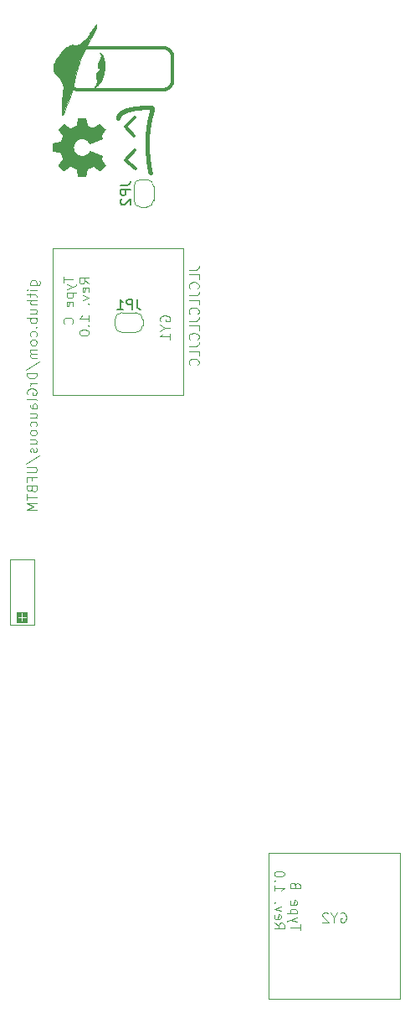
<source format=gbo>
G04 #@! TF.GenerationSoftware,KiCad,Pcbnew,9.0.2*
G04 #@! TF.CreationDate,2025-07-09T03:35:45-04:00*
G04 #@! TF.ProjectId,FBT,4642542e-6b69-4636-9164-5f7063625858,rev?*
G04 #@! TF.SameCoordinates,Original*
G04 #@! TF.FileFunction,Legend,Bot*
G04 #@! TF.FilePolarity,Positive*
%FSLAX46Y46*%
G04 Gerber Fmt 4.6, Leading zero omitted, Abs format (unit mm)*
G04 Created by KiCad (PCBNEW 9.0.2) date 2025-07-09 03:35:45*
%MOMM*%
%LPD*%
G01*
G04 APERTURE LIST*
%ADD10C,0.100000*%
%ADD11C,0.334821*%
%ADD12C,0.417912*%
%ADD13C,0.000000*%
%ADD14C,0.114152*%
%ADD15C,0.325133*%
%ADD16C,0.150000*%
%ADD17C,0.120000*%
G04 APERTURE END LIST*
D10*
X109672419Y-73189598D02*
X110386704Y-73189598D01*
X110386704Y-73189598D02*
X110529561Y-73141979D01*
X110529561Y-73141979D02*
X110624800Y-73046741D01*
X110624800Y-73046741D02*
X110672419Y-72903884D01*
X110672419Y-72903884D02*
X110672419Y-72808646D01*
X110672419Y-74141979D02*
X110672419Y-73665789D01*
X110672419Y-73665789D02*
X109672419Y-73665789D01*
X110577180Y-75046741D02*
X110624800Y-74999122D01*
X110624800Y-74999122D02*
X110672419Y-74856265D01*
X110672419Y-74856265D02*
X110672419Y-74761027D01*
X110672419Y-74761027D02*
X110624800Y-74618170D01*
X110624800Y-74618170D02*
X110529561Y-74522932D01*
X110529561Y-74522932D02*
X110434323Y-74475313D01*
X110434323Y-74475313D02*
X110243847Y-74427694D01*
X110243847Y-74427694D02*
X110100990Y-74427694D01*
X110100990Y-74427694D02*
X109910514Y-74475313D01*
X109910514Y-74475313D02*
X109815276Y-74522932D01*
X109815276Y-74522932D02*
X109720038Y-74618170D01*
X109720038Y-74618170D02*
X109672419Y-74761027D01*
X109672419Y-74761027D02*
X109672419Y-74856265D01*
X109672419Y-74856265D02*
X109720038Y-74999122D01*
X109720038Y-74999122D02*
X109767657Y-75046741D01*
X109672419Y-75761027D02*
X110386704Y-75761027D01*
X110386704Y-75761027D02*
X110529561Y-75713408D01*
X110529561Y-75713408D02*
X110624800Y-75618170D01*
X110624800Y-75618170D02*
X110672419Y-75475313D01*
X110672419Y-75475313D02*
X110672419Y-75380075D01*
X110672419Y-76713408D02*
X110672419Y-76237218D01*
X110672419Y-76237218D02*
X109672419Y-76237218D01*
X110577180Y-77618170D02*
X110624800Y-77570551D01*
X110624800Y-77570551D02*
X110672419Y-77427694D01*
X110672419Y-77427694D02*
X110672419Y-77332456D01*
X110672419Y-77332456D02*
X110624800Y-77189599D01*
X110624800Y-77189599D02*
X110529561Y-77094361D01*
X110529561Y-77094361D02*
X110434323Y-77046742D01*
X110434323Y-77046742D02*
X110243847Y-76999123D01*
X110243847Y-76999123D02*
X110100990Y-76999123D01*
X110100990Y-76999123D02*
X109910514Y-77046742D01*
X109910514Y-77046742D02*
X109815276Y-77094361D01*
X109815276Y-77094361D02*
X109720038Y-77189599D01*
X109720038Y-77189599D02*
X109672419Y-77332456D01*
X109672419Y-77332456D02*
X109672419Y-77427694D01*
X109672419Y-77427694D02*
X109720038Y-77570551D01*
X109720038Y-77570551D02*
X109767657Y-77618170D01*
X109672419Y-78332456D02*
X110386704Y-78332456D01*
X110386704Y-78332456D02*
X110529561Y-78284837D01*
X110529561Y-78284837D02*
X110624800Y-78189599D01*
X110624800Y-78189599D02*
X110672419Y-78046742D01*
X110672419Y-78046742D02*
X110672419Y-77951504D01*
X110672419Y-79284837D02*
X110672419Y-78808647D01*
X110672419Y-78808647D02*
X109672419Y-78808647D01*
X110577180Y-80189599D02*
X110624800Y-80141980D01*
X110624800Y-80141980D02*
X110672419Y-79999123D01*
X110672419Y-79999123D02*
X110672419Y-79903885D01*
X110672419Y-79903885D02*
X110624800Y-79761028D01*
X110624800Y-79761028D02*
X110529561Y-79665790D01*
X110529561Y-79665790D02*
X110434323Y-79618171D01*
X110434323Y-79618171D02*
X110243847Y-79570552D01*
X110243847Y-79570552D02*
X110100990Y-79570552D01*
X110100990Y-79570552D02*
X109910514Y-79618171D01*
X109910514Y-79618171D02*
X109815276Y-79665790D01*
X109815276Y-79665790D02*
X109720038Y-79761028D01*
X109720038Y-79761028D02*
X109672419Y-79903885D01*
X109672419Y-79903885D02*
X109672419Y-79999123D01*
X109672419Y-79999123D02*
X109720038Y-80141980D01*
X109720038Y-80141980D02*
X109767657Y-80189599D01*
X109672419Y-80903885D02*
X110386704Y-80903885D01*
X110386704Y-80903885D02*
X110529561Y-80856266D01*
X110529561Y-80856266D02*
X110624800Y-80761028D01*
X110624800Y-80761028D02*
X110672419Y-80618171D01*
X110672419Y-80618171D02*
X110672419Y-80522933D01*
X110672419Y-81856266D02*
X110672419Y-81380076D01*
X110672419Y-81380076D02*
X109672419Y-81380076D01*
X110577180Y-82761028D02*
X110624800Y-82713409D01*
X110624800Y-82713409D02*
X110672419Y-82570552D01*
X110672419Y-82570552D02*
X110672419Y-82475314D01*
X110672419Y-82475314D02*
X110624800Y-82332457D01*
X110624800Y-82332457D02*
X110529561Y-82237219D01*
X110529561Y-82237219D02*
X110434323Y-82189600D01*
X110434323Y-82189600D02*
X110243847Y-82141981D01*
X110243847Y-82141981D02*
X110100990Y-82141981D01*
X110100990Y-82141981D02*
X109910514Y-82189600D01*
X109910514Y-82189600D02*
X109815276Y-82237219D01*
X109815276Y-82237219D02*
X109720038Y-82332457D01*
X109720038Y-82332457D02*
X109672419Y-82475314D01*
X109672419Y-82475314D02*
X109672419Y-82570552D01*
X109672419Y-82570552D02*
X109720038Y-82713409D01*
X109720038Y-82713409D02*
X109767657Y-82761028D01*
D11*
X103283592Y-58703453D02*
X104217749Y-57818462D01*
D12*
X105692733Y-56786046D02*
X105683170Y-56786220D01*
X105669630Y-56786387D01*
X105649523Y-56786557D01*
X105622852Y-56786735D01*
X105597354Y-56786901D01*
X105569012Y-56787112D01*
X105537929Y-56787390D01*
X105521390Y-56787563D01*
X105504204Y-56787762D01*
X105486383Y-56787990D01*
X105467939Y-56788251D01*
X105448886Y-56788548D01*
X105429235Y-56788884D01*
X105409001Y-56789261D01*
X105388194Y-56789683D01*
X105366828Y-56790153D01*
X105344916Y-56790674D01*
X105322470Y-56791250D01*
X105299502Y-56791883D01*
X105276026Y-56792576D01*
X105252054Y-56793333D01*
X105227599Y-56794156D01*
X105202673Y-56795049D01*
X105177289Y-56796015D01*
X105151460Y-56797057D01*
X105125198Y-56798177D01*
X105098516Y-56799380D01*
X105071427Y-56800668D01*
X105043942Y-56802044D01*
X105016076Y-56803512D01*
X104987840Y-56805074D01*
X104959247Y-56806733D01*
X104944820Y-56807601D01*
X104930310Y-56808494D01*
X104915716Y-56809412D01*
X104901041Y-56810358D01*
X104886286Y-56811329D01*
X104871453Y-56812328D01*
X104856544Y-56813355D01*
X104841559Y-56814409D01*
X104826501Y-56815492D01*
X104811371Y-56816603D01*
X104796171Y-56817743D01*
X104780903Y-56818913D01*
X104765567Y-56820112D01*
X104750166Y-56821342D01*
X104734700Y-56822602D01*
X104719173Y-56823893D01*
X104703584Y-56825216D01*
X104687937Y-56826570D01*
X104672232Y-56827956D01*
X104656470Y-56829375D01*
X104640655Y-56830827D01*
X104624786Y-56832312D01*
X104608866Y-56833831D01*
X104592897Y-56835384D01*
X104576879Y-56836971D01*
X104560815Y-56838593D01*
X104544705Y-56840251D01*
X104528553Y-56841944D01*
X104512358Y-56843673D01*
X104496124Y-56845438D01*
X104479850Y-56847240D01*
X104463540Y-56849079D01*
X104447194Y-56850956D01*
X104430814Y-56852871D01*
X104414402Y-56854824D01*
X104397959Y-56856816D01*
X104381487Y-56858846D01*
X104364988Y-56860917D01*
X104348462Y-56863027D01*
X104331912Y-56865177D01*
X104315339Y-56867368D01*
X104298745Y-56869600D01*
X104282131Y-56871874D01*
X104265499Y-56874189D01*
X104248850Y-56876547D01*
X104232187Y-56878947D01*
X104215510Y-56881390D01*
X104198821Y-56883876D01*
X104182122Y-56886406D01*
X104165415Y-56888981D01*
X104148700Y-56891599D01*
X104131980Y-56894263D01*
X104115257Y-56896972D01*
X104098530Y-56899726D01*
X104081803Y-56902527D01*
X104065077Y-56905374D01*
X104048354Y-56908268D01*
X104031634Y-56911209D01*
X104014920Y-56914198D01*
X103998213Y-56917235D01*
X103981515Y-56920320D01*
X103964827Y-56923453D01*
X103948152Y-56926636D01*
X103931489Y-56929869D01*
X103914842Y-56933151D01*
X103898211Y-56936484D01*
X103881599Y-56939868D01*
X103865006Y-56943302D01*
X103848435Y-56946788D01*
X103831887Y-56950326D01*
X103815363Y-56953916D01*
X103798866Y-56957559D01*
X103782396Y-56961255D01*
X103765956Y-56965004D01*
X103749546Y-56968807D01*
X103733169Y-56972664D01*
X103716826Y-56976576D01*
X103700518Y-56980542D01*
X103684248Y-56984564D01*
X103668016Y-56988642D01*
X103651825Y-56992776D01*
X103635676Y-56996966D01*
X103619570Y-57001214D01*
X103603510Y-57005518D01*
X103587496Y-57009880D01*
X103571530Y-57014301D01*
X103555614Y-57018779D01*
X103539750Y-57023317D01*
X103523939Y-57027914D01*
X103508182Y-57032570D01*
X103492481Y-57037286D01*
X103476838Y-57042063D01*
X103461255Y-57046900D01*
X103445732Y-57051799D01*
X103430272Y-57056759D01*
X103414876Y-57061781D01*
X103407202Y-57064315D01*
X103399545Y-57066865D01*
X103391905Y-57069431D01*
X103384282Y-57072012D01*
X103376676Y-57074609D01*
X103369087Y-57077222D01*
X103361517Y-57079851D01*
X103353963Y-57082496D01*
X103346428Y-57085157D01*
X103338911Y-57087833D01*
X103331413Y-57090526D01*
X103323933Y-57093235D01*
X103316472Y-57095960D01*
X103309029Y-57098701D01*
X103301606Y-57101459D01*
X103294203Y-57104232D01*
X103286818Y-57107023D01*
X103279454Y-57109829D01*
X103272110Y-57112652D01*
X103264785Y-57115492D01*
X103257482Y-57118348D01*
X103250198Y-57121220D01*
X103242936Y-57124109D01*
X103235694Y-57127015D01*
X103228474Y-57129938D01*
X103221275Y-57132878D01*
X103214097Y-57135834D01*
X103206941Y-57138807D01*
X103199808Y-57141797D01*
X103192696Y-57144804D01*
X103185606Y-57147828D01*
X103178540Y-57150870D01*
X103171496Y-57153928D01*
X103164474Y-57157003D01*
X103157476Y-57160096D01*
X103150502Y-57163206D01*
X103143550Y-57166333D01*
X103136623Y-57169478D01*
X103129719Y-57172640D01*
X103122840Y-57175820D01*
X103115985Y-57179017D01*
X103109154Y-57182231D01*
X103102348Y-57185464D01*
X103095567Y-57188713D01*
X103088811Y-57191981D01*
X103082081Y-57195266D01*
X103075376Y-57198570D01*
X103068696Y-57201891D01*
X103062043Y-57205229D01*
X103055415Y-57208586D01*
X103048814Y-57211961D01*
X103042239Y-57215354D01*
X103035691Y-57218765D01*
X103029170Y-57222194D01*
X103022676Y-57225641D01*
X103016209Y-57229107D01*
X103009770Y-57232591D01*
X103003359Y-57236093D01*
X102996975Y-57239613D01*
X102990619Y-57243152D01*
X102984292Y-57246710D01*
X102977993Y-57250286D01*
X102971722Y-57253880D01*
X102965481Y-57257493D01*
X102959269Y-57261125D01*
X102953085Y-57264776D01*
X102946932Y-57268445D01*
X102940808Y-57272133D01*
X102934713Y-57275840D01*
X102928649Y-57279566D01*
X102922615Y-57283311D01*
X102916612Y-57287075D01*
X102910639Y-57290858D01*
X102904697Y-57294660D01*
X102898786Y-57298481D01*
X102892906Y-57302321D01*
X102887058Y-57306181D01*
X102881241Y-57310060D01*
X102875456Y-57313958D01*
X102869703Y-57317876D01*
X102863983Y-57321813D01*
X102858294Y-57325770D01*
X102852639Y-57329746D01*
X102847016Y-57333742D01*
X102841426Y-57337757D01*
X102835869Y-57341792D01*
X102830346Y-57345847D01*
X102824856Y-57349922D01*
X102819401Y-57354016D01*
X102813979Y-57358130D01*
X102808591Y-57362265D01*
X102803238Y-57366419D01*
X102797919Y-57370593D01*
X102792635Y-57374788D01*
X102787386Y-57379002D01*
X102782172Y-57383237D01*
X102776994Y-57387491D01*
X102771851Y-57391767D01*
X102766744Y-57396062D01*
X102761673Y-57400378D01*
X102756638Y-57404714D01*
X102751639Y-57409071D01*
X102746677Y-57413448D01*
X102741752Y-57417846D01*
X102736864Y-57422264D01*
X102732013Y-57426703D01*
X102727199Y-57431163D01*
X102722423Y-57435643D01*
X102717684Y-57440144D01*
X102712983Y-57444667D01*
X102708321Y-57449210D01*
X102703697Y-57453773D01*
X102699111Y-57458358D01*
X102694565Y-57462964D01*
X102690057Y-57467591D01*
X102685588Y-57472240D01*
X102681158Y-57476909D01*
X102676768Y-57481600D01*
X102672418Y-57486312D01*
X102668108Y-57491045D01*
X102663838Y-57495799D01*
X102659608Y-57500576D01*
X102655419Y-57505373D01*
X102651270Y-57510192D01*
X102647162Y-57515033D01*
X102643096Y-57519895D01*
X102639070Y-57524779D01*
X102635086Y-57529685D01*
X102631144Y-57534612D01*
X102627244Y-57539561D01*
X102623386Y-57544532D01*
X102619570Y-57549525D01*
X102615797Y-57554540D01*
X102612066Y-57559577D01*
X102608378Y-57564636D01*
X102604733Y-57569717D01*
X102601132Y-57574821D01*
X102597574Y-57579946D01*
X102594059Y-57585094D01*
X102590589Y-57590264D01*
X102587162Y-57595456D01*
X102583780Y-57600671D01*
X102580443Y-57605908D01*
X102577150Y-57611168D01*
X102573901Y-57616450D01*
X102570698Y-57621755D01*
X102567540Y-57627082D01*
X102564428Y-57632433D01*
X102561361Y-57637806D01*
X102558340Y-57643201D01*
X102555365Y-57648620D01*
X102552437Y-57654061D01*
X102549555Y-57659525D01*
X102546719Y-57665013D01*
X102543930Y-57670523D01*
X102541188Y-57676056D01*
X102538494Y-57681613D01*
X102535847Y-57687193D01*
X102533247Y-57692796D01*
X102530696Y-57698422D01*
X102528192Y-57704071D01*
X102525737Y-57709744D01*
X102523330Y-57715440D01*
X102520971Y-57721160D01*
X102518662Y-57726903D01*
X102516401Y-57732670D01*
X102514190Y-57738460D01*
X102512028Y-57744274D01*
X102509915Y-57750112D01*
X102507853Y-57755974D01*
X102505840Y-57761859D01*
X102503878Y-57767768D01*
X102501966Y-57773701D01*
X102500104Y-57779658D01*
X102498294Y-57785639D01*
X102496534Y-57791644D01*
X102494826Y-57797673D01*
X102493168Y-57803726D01*
X102491563Y-57809804D01*
X102490009Y-57815905D01*
X102488507Y-57822031D01*
X102487058Y-57828182D01*
X102485660Y-57834356D01*
X102484315Y-57840555D01*
X102483023Y-57846779D01*
X102481784Y-57853027D01*
X102480599Y-57859300D01*
X102479466Y-57865597D01*
X102478387Y-57871919D01*
X102477362Y-57878265D01*
X102476390Y-57884637D01*
X102475473Y-57891033D01*
X102474610Y-57897454D01*
X102473802Y-57903900D01*
X102473049Y-57910371D01*
X102472350Y-57916867D01*
D13*
G36*
X99257320Y-57837123D02*
G01*
X99259025Y-57837166D01*
X99260725Y-57837293D01*
X99262417Y-57837501D01*
X99264100Y-57837789D01*
X99265770Y-57838155D01*
X99267425Y-57838596D01*
X99269062Y-57839111D01*
X99270678Y-57839697D01*
X99273840Y-57841075D01*
X99276888Y-57842713D01*
X99279802Y-57844594D01*
X99282562Y-57846702D01*
X99285146Y-57849019D01*
X99287534Y-57851530D01*
X99289704Y-57854217D01*
X99290701Y-57855621D01*
X99291636Y-57857063D01*
X99292507Y-57858540D01*
X99293310Y-57860052D01*
X99294043Y-57861594D01*
X99294703Y-57863166D01*
X99295289Y-57864765D01*
X99295796Y-57866389D01*
X99296223Y-57868037D01*
X99296568Y-57869705D01*
X99429969Y-58586368D01*
X99430318Y-58588056D01*
X99430744Y-58589748D01*
X99431821Y-58593130D01*
X99433181Y-58596495D01*
X99434803Y-58599820D01*
X99436668Y-58603085D01*
X99438756Y-58606268D01*
X99441049Y-58609347D01*
X99443526Y-58612303D01*
X99446169Y-58615112D01*
X99448956Y-58617755D01*
X99451870Y-58620210D01*
X99454890Y-58622454D01*
X99457997Y-58624468D01*
X99461172Y-58626230D01*
X99464394Y-58627719D01*
X99467644Y-58628913D01*
X100026714Y-58852645D01*
X100029892Y-58854019D01*
X100033258Y-58855165D01*
X100036782Y-58856085D01*
X100040434Y-58856782D01*
X100044187Y-58857256D01*
X100048011Y-58857511D01*
X100051878Y-58857548D01*
X100055757Y-58857371D01*
X100059620Y-58856979D01*
X100063439Y-58856377D01*
X100067184Y-58855566D01*
X100070827Y-58854547D01*
X100074337Y-58853324D01*
X100077687Y-58851899D01*
X100080847Y-58850272D01*
X100083789Y-58848447D01*
X100677088Y-58441353D01*
X100678522Y-58440420D01*
X100679998Y-58439560D01*
X100681513Y-58438772D01*
X100683064Y-58438056D01*
X100684648Y-58437412D01*
X100686262Y-58436840D01*
X100689564Y-58435907D01*
X100692945Y-58435257D01*
X100696379Y-58434887D01*
X100699841Y-58434794D01*
X100703304Y-58434976D01*
X100706742Y-58435432D01*
X100710130Y-58436158D01*
X100713441Y-58437152D01*
X100716650Y-58438412D01*
X100719731Y-58439935D01*
X100721216Y-58440795D01*
X100722658Y-58441720D01*
X100724056Y-58442710D01*
X100725405Y-58443764D01*
X100726703Y-58444882D01*
X100727947Y-58446064D01*
X101262747Y-58980872D01*
X101263916Y-58982101D01*
X101265022Y-58983387D01*
X101266065Y-58984724D01*
X101267045Y-58986111D01*
X101267960Y-58987543D01*
X101268811Y-58989017D01*
X101269598Y-58990531D01*
X101270320Y-58992081D01*
X101270977Y-58993664D01*
X101271569Y-58995276D01*
X101272555Y-58998575D01*
X101273276Y-59001953D01*
X101273730Y-59005383D01*
X101273914Y-59008840D01*
X101273827Y-59012297D01*
X101273465Y-59015728D01*
X101272827Y-59019106D01*
X101272404Y-59020768D01*
X101271911Y-59022407D01*
X101271347Y-59024020D01*
X101270713Y-59025604D01*
X101270008Y-59027155D01*
X101269232Y-59028670D01*
X101268385Y-59030146D01*
X101267466Y-59031579D01*
X100867415Y-59614321D01*
X100865590Y-59617244D01*
X100863989Y-59620378D01*
X100862614Y-59623693D01*
X100861466Y-59627160D01*
X100860545Y-59630751D01*
X100859851Y-59634437D01*
X100859384Y-59638189D01*
X100859147Y-59641979D01*
X100859138Y-59645778D01*
X100859359Y-59649556D01*
X100859810Y-59653286D01*
X100860492Y-59656938D01*
X100861405Y-59660484D01*
X100862549Y-59663895D01*
X100863926Y-59667143D01*
X100865536Y-59670198D01*
X101002756Y-59927187D01*
X101003484Y-59928725D01*
X101004125Y-59930276D01*
X101004678Y-59931837D01*
X101005147Y-59933405D01*
X101005530Y-59934978D01*
X101005829Y-59936552D01*
X101006046Y-59938126D01*
X101006180Y-59939697D01*
X101006233Y-59941262D01*
X101006206Y-59942818D01*
X101006101Y-59944362D01*
X101005916Y-59945893D01*
X101005655Y-59947407D01*
X101005317Y-59948901D01*
X101004904Y-59950373D01*
X101004416Y-59951821D01*
X101003855Y-59953241D01*
X101003221Y-59954631D01*
X101002515Y-59955988D01*
X101001739Y-59957310D01*
X101000893Y-59958593D01*
X100999978Y-59959836D01*
X100998995Y-59961035D01*
X100997945Y-59962189D01*
X100996829Y-59963293D01*
X100995649Y-59964346D01*
X100994404Y-59965344D01*
X100993095Y-59966286D01*
X100991725Y-59967169D01*
X100990293Y-59967989D01*
X100988801Y-59968744D01*
X100987249Y-59969432D01*
X99706503Y-60499288D01*
X99704910Y-60499901D01*
X99703292Y-60500433D01*
X99701654Y-60500884D01*
X99699997Y-60501257D01*
X99698326Y-60501551D01*
X99696642Y-60501768D01*
X99693252Y-60501976D01*
X99689850Y-60501887D01*
X99686460Y-60501511D01*
X99683109Y-60500855D01*
X99679819Y-60499927D01*
X99676614Y-60498737D01*
X99673521Y-60497290D01*
X99670562Y-60495597D01*
X99667762Y-60493665D01*
X99665146Y-60491502D01*
X99663914Y-60490337D01*
X99662737Y-60489117D01*
X99661618Y-60487843D01*
X99660561Y-60486517D01*
X99659567Y-60485139D01*
X99658641Y-60483710D01*
X99619243Y-60419370D01*
X99616284Y-60414744D01*
X99612908Y-60409803D01*
X99609191Y-60404642D01*
X99605206Y-60399352D01*
X99601029Y-60394027D01*
X99596733Y-60388760D01*
X99592393Y-60383645D01*
X99588085Y-60378773D01*
X99558935Y-60336198D01*
X99527287Y-60295565D01*
X99493250Y-60256986D01*
X99456935Y-60220570D01*
X99418451Y-60186430D01*
X99377908Y-60154676D01*
X99335418Y-60125419D01*
X99291089Y-60098770D01*
X99245031Y-60074841D01*
X99221389Y-60063931D01*
X99197356Y-60053742D01*
X99172945Y-60044288D01*
X99148172Y-60035584D01*
X99123049Y-60027643D01*
X99097590Y-60020479D01*
X99071809Y-60014106D01*
X99045720Y-60008537D01*
X99019336Y-60003787D01*
X98992672Y-59999870D01*
X98965740Y-59996799D01*
X98938555Y-59994588D01*
X98911131Y-59993251D01*
X98883481Y-59992803D01*
X98840434Y-59993891D01*
X98797952Y-59997120D01*
X98756088Y-60002439D01*
X98714894Y-60009794D01*
X98674423Y-60019132D01*
X98634728Y-60030402D01*
X98595860Y-60043550D01*
X98557873Y-60058524D01*
X98520819Y-60075272D01*
X98484750Y-60093741D01*
X98449720Y-60113878D01*
X98415780Y-60135631D01*
X98382984Y-60158948D01*
X98351383Y-60183775D01*
X98321031Y-60210060D01*
X98291980Y-60237751D01*
X98264282Y-60266795D01*
X98237991Y-60297139D01*
X98213158Y-60328732D01*
X98189836Y-60361520D01*
X98168078Y-60395450D01*
X98147936Y-60430471D01*
X98129463Y-60466530D01*
X98112711Y-60503574D01*
X98097734Y-60541550D01*
X98084583Y-60580407D01*
X98073310Y-60620091D01*
X98063970Y-60660550D01*
X98056614Y-60701731D01*
X98051294Y-60743582D01*
X98048064Y-60786051D01*
X98046975Y-60829084D01*
X98048064Y-60872117D01*
X98051294Y-60914586D01*
X98056614Y-60956437D01*
X98063970Y-60997618D01*
X98073310Y-61038077D01*
X98084583Y-61077761D01*
X98097734Y-61116618D01*
X98112711Y-61154594D01*
X98129463Y-61191638D01*
X98147936Y-61227696D01*
X98168078Y-61262717D01*
X98189836Y-61296648D01*
X98213158Y-61329436D01*
X98237991Y-61361028D01*
X98264282Y-61391373D01*
X98291980Y-61420417D01*
X98321031Y-61448107D01*
X98351383Y-61474393D01*
X98382984Y-61499220D01*
X98415780Y-61522536D01*
X98449720Y-61544289D01*
X98484750Y-61564426D01*
X98520819Y-61582895D01*
X98557873Y-61599643D01*
X98595860Y-61614617D01*
X98634728Y-61627766D01*
X98674423Y-61639035D01*
X98714894Y-61648374D01*
X98756088Y-61655729D01*
X98797952Y-61661047D01*
X98840434Y-61664277D01*
X98883481Y-61665365D01*
X98938555Y-61663580D01*
X98992672Y-61658298D01*
X99045720Y-61649630D01*
X99097590Y-61637689D01*
X99148172Y-61622583D01*
X99197356Y-61604426D01*
X99245031Y-61583327D01*
X99291089Y-61559397D01*
X99335418Y-61532748D01*
X99377908Y-61503491D01*
X99418451Y-61471737D01*
X99456935Y-61437597D01*
X99493250Y-61401182D01*
X99527287Y-61362602D01*
X99558935Y-61321969D01*
X99588085Y-61279395D01*
X99592416Y-61274501D01*
X99596766Y-61269374D01*
X99601064Y-61264103D01*
X99605237Y-61258778D01*
X99609214Y-61253488D01*
X99612922Y-61248322D01*
X99616288Y-61243371D01*
X99619243Y-61238723D01*
X99658641Y-61174382D01*
X99659567Y-61172947D01*
X99660561Y-61171563D01*
X99661619Y-61170232D01*
X99662738Y-61168954D01*
X99663915Y-61167731D01*
X99665147Y-61166563D01*
X99666431Y-61165451D01*
X99667764Y-61164396D01*
X99669142Y-61163400D01*
X99670564Y-61162462D01*
X99672025Y-61161586D01*
X99673523Y-61160770D01*
X99675054Y-61160016D01*
X99676616Y-61159326D01*
X99678206Y-61158699D01*
X99679820Y-61158138D01*
X99681456Y-61157643D01*
X99683110Y-61157215D01*
X99684780Y-61156854D01*
X99686462Y-61156563D01*
X99688153Y-61156342D01*
X99689851Y-61156191D01*
X99691552Y-61156113D01*
X99693253Y-61156107D01*
X99694951Y-61156176D01*
X99696643Y-61156319D01*
X99698326Y-61156538D01*
X99699998Y-61156834D01*
X99701654Y-61157207D01*
X99703292Y-61157659D01*
X99704909Y-61158191D01*
X99706502Y-61158804D01*
X100987177Y-61688735D01*
X100988728Y-61689423D01*
X100990221Y-61690179D01*
X100991654Y-61691001D01*
X100993027Y-61691885D01*
X100994337Y-61692828D01*
X100995586Y-61693829D01*
X100996770Y-61694884D01*
X100997890Y-61695991D01*
X100998944Y-61697146D01*
X100999932Y-61698348D01*
X101000851Y-61699593D01*
X101001702Y-61700879D01*
X101002483Y-61702203D01*
X101003193Y-61703562D01*
X101003831Y-61704954D01*
X101004396Y-61706376D01*
X101004888Y-61707825D01*
X101005304Y-61709299D01*
X101005644Y-61710794D01*
X101005908Y-61712309D01*
X101006093Y-61713839D01*
X101006199Y-61715384D01*
X101006225Y-61716939D01*
X101006170Y-61718502D01*
X101006032Y-61720071D01*
X101005812Y-61721643D01*
X101005507Y-61723215D01*
X101005117Y-61724784D01*
X101004641Y-61726348D01*
X101004077Y-61727904D01*
X101003425Y-61729449D01*
X101002683Y-61730980D01*
X100865466Y-61987969D01*
X100863869Y-61991011D01*
X100862503Y-61994247D01*
X100861368Y-61997649D01*
X100860463Y-62001187D01*
X100859788Y-62004833D01*
X100859343Y-62008559D01*
X100859127Y-62012335D01*
X100859140Y-62016132D01*
X100859381Y-62019923D01*
X100859850Y-62023678D01*
X100860547Y-62027368D01*
X100861471Y-62030965D01*
X100862621Y-62034440D01*
X100863998Y-62037764D01*
X100865601Y-62040909D01*
X100867429Y-62043846D01*
X101267474Y-62626584D01*
X101268400Y-62628018D01*
X101269254Y-62629494D01*
X101270036Y-62631009D01*
X101270746Y-62632560D01*
X101271385Y-62634144D01*
X101271954Y-62635757D01*
X101272879Y-62639059D01*
X101273523Y-62642439D01*
X101273889Y-62645871D01*
X101273980Y-62649331D01*
X101273797Y-62652790D01*
X101273342Y-62656224D01*
X101272619Y-62659607D01*
X101271628Y-62662913D01*
X101270374Y-62666114D01*
X101268857Y-62669187D01*
X101268000Y-62670666D01*
X101267080Y-62672104D01*
X101266094Y-62673496D01*
X101265045Y-62674839D01*
X101263932Y-62676131D01*
X101262755Y-62677367D01*
X100727947Y-63212168D01*
X100726703Y-63213344D01*
X100725405Y-63214457D01*
X100724056Y-63215506D01*
X100722658Y-63216490D01*
X100721216Y-63217411D01*
X100719731Y-63218267D01*
X100718209Y-63219058D01*
X100716650Y-63219783D01*
X100715060Y-63220443D01*
X100713441Y-63221038D01*
X100710130Y-63222028D01*
X100706742Y-63222752D01*
X100703304Y-63223207D01*
X100699841Y-63223390D01*
X100696379Y-63223300D01*
X100692945Y-63222934D01*
X100691246Y-63222647D01*
X100689564Y-63222290D01*
X100687901Y-63221863D01*
X100686261Y-63221366D01*
X100684648Y-63220798D01*
X100683064Y-63220159D01*
X100681513Y-63219448D01*
X100679998Y-63218666D01*
X100678521Y-63217813D01*
X100677088Y-63216887D01*
X100083714Y-62809794D01*
X100080785Y-62807955D01*
X100077633Y-62806317D01*
X100074289Y-62804882D01*
X100070782Y-62803651D01*
X100067142Y-62802627D01*
X100063396Y-62801811D01*
X100059576Y-62801207D01*
X100055710Y-62800815D01*
X100051826Y-62800638D01*
X100047956Y-62800679D01*
X100044128Y-62800938D01*
X100040370Y-62801419D01*
X100036714Y-62802123D01*
X100033187Y-62803053D01*
X100029819Y-62804210D01*
X100026639Y-62805596D01*
X99467570Y-63029332D01*
X99465942Y-63029884D01*
X99464318Y-63030515D01*
X99462701Y-63031220D01*
X99461094Y-63031997D01*
X99457916Y-63033756D01*
X99454805Y-63035771D01*
X99451780Y-63038019D01*
X99448862Y-63040478D01*
X99446069Y-63043127D01*
X99443423Y-63045943D01*
X99440943Y-63048905D01*
X99438648Y-63051991D01*
X99436560Y-63055179D01*
X99434696Y-63058446D01*
X99433078Y-63061772D01*
X99431725Y-63065133D01*
X99431155Y-63066821D01*
X99430658Y-63068509D01*
X99430237Y-63070195D01*
X99429895Y-63071877D01*
X99296494Y-63788539D01*
X99296143Y-63790207D01*
X99295711Y-63791855D01*
X99295199Y-63793479D01*
X99294611Y-63795079D01*
X99293948Y-63796651D01*
X99293214Y-63798193D01*
X99292411Y-63799704D01*
X99291541Y-63801182D01*
X99290607Y-63802624D01*
X99289611Y-63804028D01*
X99288557Y-63805393D01*
X99287446Y-63806715D01*
X99286281Y-63807993D01*
X99285064Y-63809225D01*
X99283799Y-63810409D01*
X99282487Y-63811543D01*
X99281131Y-63812624D01*
X99279734Y-63813651D01*
X99278298Y-63814621D01*
X99276826Y-63815532D01*
X99275320Y-63816382D01*
X99273783Y-63817170D01*
X99272217Y-63817892D01*
X99270625Y-63818548D01*
X99269009Y-63819134D01*
X99267371Y-63819648D01*
X99265716Y-63820090D01*
X99264044Y-63820455D01*
X99262358Y-63820744D01*
X99260662Y-63820952D01*
X99258956Y-63821078D01*
X99257245Y-63821121D01*
X98500885Y-63821121D01*
X98499180Y-63821079D01*
X98497482Y-63820953D01*
X98495791Y-63820745D01*
X98494111Y-63820458D01*
X98492444Y-63820094D01*
X98490793Y-63819655D01*
X98489160Y-63819142D01*
X98487548Y-63818558D01*
X98485959Y-63817905D01*
X98484395Y-63817185D01*
X98481356Y-63815552D01*
X98478451Y-63813675D01*
X98475699Y-63811571D01*
X98473121Y-63809257D01*
X98470737Y-63806748D01*
X98468567Y-63804061D01*
X98467568Y-63802657D01*
X98466631Y-63801214D01*
X98465758Y-63799734D01*
X98464950Y-63798221D01*
X98464212Y-63796676D01*
X98463544Y-63795100D01*
X98462950Y-63793497D01*
X98462433Y-63791867D01*
X98461994Y-63790214D01*
X98461637Y-63788539D01*
X98324940Y-63053825D01*
X98324153Y-63050440D01*
X98323071Y-63047043D01*
X98321712Y-63043654D01*
X98320097Y-63040296D01*
X98318244Y-63036990D01*
X98316172Y-63033759D01*
X98313899Y-63030625D01*
X98311445Y-63027609D01*
X98308829Y-63024734D01*
X98306070Y-63022021D01*
X98303186Y-63019492D01*
X98300197Y-63017170D01*
X98297121Y-63015076D01*
X98293977Y-63013232D01*
X98290785Y-63011660D01*
X98287564Y-63010382D01*
X97762051Y-62785151D01*
X97758900Y-62783696D01*
X97755562Y-62782473D01*
X97752066Y-62781482D01*
X97748439Y-62780720D01*
X97744711Y-62780185D01*
X97740910Y-62779874D01*
X97737065Y-62779786D01*
X97733204Y-62779919D01*
X97729357Y-62780271D01*
X97725552Y-62780839D01*
X97721817Y-62781621D01*
X97718181Y-62782616D01*
X97714673Y-62783821D01*
X97711321Y-62785235D01*
X97708155Y-62786854D01*
X97705201Y-62788678D01*
X97081117Y-63216811D01*
X97079690Y-63217744D01*
X97078220Y-63218603D01*
X97076711Y-63219390D01*
X97075165Y-63220105D01*
X97073587Y-63220747D01*
X97071978Y-63221318D01*
X97068684Y-63222246D01*
X97065310Y-63222892D01*
X97061882Y-63223257D01*
X97058426Y-63223346D01*
X97054967Y-63223159D01*
X97051532Y-63222700D01*
X97048146Y-63221972D01*
X97044836Y-63220977D01*
X97041628Y-63219718D01*
X97038548Y-63218197D01*
X97037064Y-63217340D01*
X97035621Y-63216418D01*
X97034224Y-63215432D01*
X97032875Y-63214382D01*
X97031577Y-63213269D01*
X97030333Y-63212092D01*
X96495533Y-62677367D01*
X96494357Y-62676131D01*
X96493244Y-62674839D01*
X96492195Y-62673496D01*
X96491210Y-62672104D01*
X96490290Y-62670667D01*
X96489434Y-62669187D01*
X96488643Y-62667669D01*
X96487917Y-62666115D01*
X96487257Y-62664528D01*
X96486663Y-62662913D01*
X96485672Y-62659608D01*
X96484949Y-62656225D01*
X96484494Y-62652790D01*
X96484311Y-62649331D01*
X96484401Y-62645872D01*
X96484767Y-62642439D01*
X96485054Y-62640741D01*
X96485411Y-62639059D01*
X96485838Y-62637397D01*
X96486335Y-62635757D01*
X96486903Y-62634144D01*
X96487542Y-62632560D01*
X96488253Y-62631009D01*
X96489035Y-62629494D01*
X96489888Y-62628018D01*
X96490814Y-62626584D01*
X96926594Y-61991714D01*
X96928432Y-61988784D01*
X96930067Y-61985633D01*
X96931499Y-61982290D01*
X96932725Y-61978783D01*
X96933744Y-61975142D01*
X96934553Y-61971397D01*
X96935151Y-61967576D01*
X96935536Y-61963710D01*
X96935706Y-61959827D01*
X96935658Y-61955957D01*
X96935392Y-61952128D01*
X96934906Y-61948371D01*
X96934197Y-61944714D01*
X96933264Y-61941187D01*
X96932104Y-61937819D01*
X96930717Y-61934639D01*
X96722189Y-61425229D01*
X96721616Y-61423609D01*
X96720965Y-61421994D01*
X96720240Y-61420386D01*
X96719442Y-61418788D01*
X96717643Y-61415630D01*
X96715589Y-61412540D01*
X96713302Y-61409538D01*
X96710806Y-61406641D01*
X96708121Y-61403869D01*
X96705272Y-61401242D01*
X96702279Y-61398778D01*
X96699166Y-61396496D01*
X96695953Y-61394416D01*
X96692665Y-61392556D01*
X96689323Y-61390936D01*
X96685949Y-61389574D01*
X96682565Y-61388491D01*
X96680877Y-61388059D01*
X96679195Y-61387704D01*
X95919012Y-61246289D01*
X95917343Y-61245938D01*
X95915696Y-61245506D01*
X95914071Y-61244994D01*
X95912472Y-61244406D01*
X95910900Y-61243744D01*
X95909358Y-61243010D01*
X95907846Y-61242207D01*
X95906369Y-61241337D01*
X95904927Y-61240404D01*
X95903523Y-61239409D01*
X95902158Y-61238355D01*
X95900836Y-61237245D01*
X95899557Y-61236081D01*
X95898325Y-61234866D01*
X95897141Y-61233602D01*
X95896008Y-61232292D01*
X95894926Y-61230938D01*
X95893900Y-61229543D01*
X95892930Y-61228110D01*
X95892019Y-61226640D01*
X95891168Y-61225137D01*
X95890381Y-61223603D01*
X95889658Y-61222040D01*
X95889003Y-61220452D01*
X95888417Y-61218840D01*
X95887902Y-61217207D01*
X95887461Y-61215556D01*
X95887095Y-61213889D01*
X95886807Y-61212209D01*
X95886599Y-61210519D01*
X95886472Y-61208820D01*
X95886430Y-61207116D01*
X95886430Y-60450904D01*
X95886472Y-60449200D01*
X95886599Y-60447501D01*
X95886807Y-60445810D01*
X95887095Y-60444130D01*
X95887461Y-60442464D01*
X95887903Y-60440813D01*
X95888418Y-60439180D01*
X95889004Y-60437568D01*
X95889660Y-60435979D01*
X95890383Y-60434417D01*
X95892023Y-60431380D01*
X95893906Y-60428476D01*
X95896017Y-60425728D01*
X95898339Y-60423153D01*
X95900854Y-60420774D01*
X95903547Y-60418610D01*
X95904955Y-60417616D01*
X95906400Y-60416682D01*
X95907882Y-60415813D01*
X95909398Y-60415010D01*
X95910945Y-60414276D01*
X95912522Y-60413614D01*
X95914127Y-60413025D01*
X95915758Y-60412514D01*
X95917411Y-60412081D01*
X95919087Y-60411731D01*
X96679193Y-60270241D01*
X96682563Y-60269456D01*
X96685946Y-60268373D01*
X96689320Y-60267013D01*
X96692662Y-60265393D01*
X96695950Y-60263533D01*
X96699162Y-60261453D01*
X96702275Y-60259171D01*
X96705268Y-60256706D01*
X96708117Y-60254078D01*
X96710801Y-60251306D01*
X96713298Y-60248409D01*
X96715584Y-60245406D01*
X96717639Y-60242316D01*
X96719439Y-60239158D01*
X96720962Y-60235951D01*
X96722186Y-60232716D01*
X96930713Y-59723381D01*
X96932114Y-59720215D01*
X96933283Y-59716858D01*
X96934223Y-59713341D01*
X96934936Y-59709692D01*
X96935424Y-59705940D01*
X96935690Y-59702116D01*
X96935736Y-59698248D01*
X96935563Y-59694366D01*
X96935174Y-59690498D01*
X96934572Y-59686675D01*
X96933758Y-59682926D01*
X96932734Y-59679279D01*
X96931504Y-59675765D01*
X96930068Y-59672411D01*
X96928429Y-59669249D01*
X96926590Y-59666306D01*
X96490814Y-59031436D01*
X96489881Y-59030009D01*
X96489021Y-59028539D01*
X96488233Y-59027030D01*
X96487517Y-59025484D01*
X96486873Y-59023906D01*
X96486301Y-59022297D01*
X96485368Y-59019004D01*
X96484718Y-59015631D01*
X96484348Y-59012205D01*
X96484255Y-59008750D01*
X96484438Y-59005295D01*
X96484893Y-59001864D01*
X96485619Y-58998483D01*
X96486614Y-58995180D01*
X96487875Y-58991979D01*
X96489399Y-58988907D01*
X96490260Y-58987428D01*
X96491185Y-58985991D01*
X96492175Y-58984599D01*
X96493230Y-58983255D01*
X96494349Y-58981964D01*
X96495532Y-58980728D01*
X97030333Y-58446001D01*
X97031576Y-58444826D01*
X97032874Y-58443714D01*
X97034223Y-58442666D01*
X97035621Y-58441682D01*
X97037063Y-58440763D01*
X97038548Y-58439909D01*
X97040070Y-58439120D01*
X97041628Y-58438397D01*
X97043218Y-58437739D01*
X97044836Y-58437147D01*
X97048146Y-58436162D01*
X97051531Y-58435443D01*
X97054966Y-58434992D01*
X97058425Y-58434812D01*
X97061882Y-58434905D01*
X97065310Y-58435271D01*
X97068684Y-58435914D01*
X97070343Y-58436340D01*
X97071978Y-58436836D01*
X97073586Y-58437402D01*
X97075165Y-58438038D01*
X97076711Y-58438745D01*
X97078220Y-58439522D01*
X97079690Y-58440371D01*
X97081117Y-58441291D01*
X97705275Y-58869349D01*
X97708228Y-58871198D01*
X97711395Y-58872837D01*
X97714747Y-58874266D01*
X97718256Y-58875483D01*
X97721892Y-58876486D01*
X97725627Y-58877274D01*
X97729432Y-58877845D01*
X97733279Y-58878197D01*
X97737140Y-58878329D01*
X97740984Y-58878239D01*
X97744785Y-58877925D01*
X97748513Y-58877386D01*
X97752140Y-58876619D01*
X97755637Y-58875625D01*
X97758974Y-58874400D01*
X97762125Y-58872943D01*
X98287638Y-58647711D01*
X98289251Y-58647103D01*
X98290860Y-58646418D01*
X98294055Y-58644831D01*
X98297202Y-58642973D01*
X98300282Y-58640865D01*
X98303276Y-58638531D01*
X98306165Y-58635992D01*
X98308930Y-58633270D01*
X98311550Y-58630387D01*
X98314007Y-58627366D01*
X98316282Y-58624228D01*
X98318354Y-58620996D01*
X98320206Y-58617691D01*
X98321817Y-58614336D01*
X98323168Y-58610954D01*
X98323740Y-58609259D01*
X98324240Y-58607565D01*
X98324666Y-58605876D01*
X98325014Y-58604193D01*
X98461710Y-57869479D01*
X98461636Y-57869556D01*
X98461994Y-57867887D01*
X98462433Y-57866240D01*
X98462950Y-57864615D01*
X98463543Y-57863016D01*
X98464209Y-57861444D01*
X98464947Y-57859901D01*
X98465753Y-57858391D01*
X98466625Y-57856913D01*
X98467560Y-57855472D01*
X98468557Y-57854068D01*
X98469612Y-57852704D01*
X98470724Y-57851383D01*
X98471889Y-57850106D01*
X98473106Y-57848875D01*
X98474371Y-57847692D01*
X98475683Y-57846560D01*
X98477038Y-57845481D01*
X98478435Y-57844456D01*
X98479871Y-57843489D01*
X98481343Y-57842580D01*
X98482850Y-57841733D01*
X98484388Y-57840948D01*
X98485955Y-57840229D01*
X98487548Y-57839578D01*
X98489166Y-57838996D01*
X98490805Y-57838486D01*
X98492464Y-57838049D01*
X98494140Y-57837689D01*
X98495829Y-57837406D01*
X98497531Y-57837204D01*
X98499242Y-57837083D01*
X98500959Y-57837048D01*
X99257320Y-57837123D01*
G37*
D11*
X104242331Y-62980982D02*
X103283592Y-62071408D01*
D10*
X91600000Y-102400000D02*
X94000000Y-102400000D01*
X94000000Y-109000000D01*
X91600000Y-109000000D01*
X91600000Y-102400000D01*
D14*
X100297886Y-48437304D02*
X100308356Y-48469230D01*
X100308355Y-48469230D01*
X100311509Y-48515166D01*
X100305534Y-48570826D01*
X100290934Y-48635852D01*
X100268210Y-48709886D01*
X100200406Y-48883546D01*
X100106145Y-49088940D01*
X99854343Y-49583473D01*
X99544988Y-50170569D01*
X99210263Y-50827311D01*
X99043445Y-51174638D01*
X98882353Y-51530782D01*
X98731011Y-51892879D01*
X98593441Y-52258065D01*
X98473667Y-52623475D01*
X98421710Y-52805369D01*
X98375711Y-52986244D01*
X98107401Y-54036378D01*
X97922284Y-54704120D01*
X97715983Y-55401746D01*
X97498092Y-56080331D01*
X97278203Y-56690950D01*
X97170507Y-56955482D01*
X97065910Y-57184676D01*
X96965610Y-57372416D01*
X96870806Y-57512586D01*
X96850910Y-57530144D01*
X96834416Y-57529528D01*
X96821138Y-57511870D01*
X96810885Y-57478303D01*
X96798704Y-57367970D01*
X96796365Y-57207589D01*
X96815180Y-56772927D01*
X96855266Y-56246799D01*
X96950985Y-55210069D01*
X96982488Y-54844432D01*
X96988872Y-54731506D01*
X96987000Y-54677256D01*
X96940359Y-54529009D01*
X96894911Y-54401722D01*
X96850081Y-54292591D01*
X96805295Y-54198812D01*
X96759977Y-54117583D01*
X96713555Y-54046099D01*
X96665452Y-53981558D01*
X96615094Y-53921156D01*
X96379624Y-53664867D01*
X96309374Y-53583107D01*
X96233422Y-53488667D01*
X96151193Y-53378741D01*
X96062112Y-53250526D01*
X96016462Y-53168974D01*
X95983550Y-53080549D01*
X95962789Y-52985904D01*
X95953591Y-52885694D01*
X95955368Y-52780570D01*
X95967534Y-52671188D01*
X95989500Y-52558200D01*
X96020679Y-52442259D01*
X96060483Y-52324020D01*
X96108326Y-52204135D01*
X96163618Y-52083258D01*
X96225773Y-51962041D01*
X96368320Y-51721206D01*
X96531267Y-51486857D01*
X96709913Y-51264221D01*
X96899557Y-51058524D01*
X97095499Y-50874994D01*
X97293038Y-50718859D01*
X97390937Y-50652698D01*
X97487474Y-50595346D01*
X97582059Y-50547455D01*
X97674105Y-50509681D01*
X97763026Y-50482675D01*
X97848232Y-50467092D01*
X97929138Y-50463584D01*
X98005154Y-50472806D01*
X98121198Y-50489441D01*
X98235523Y-50489751D01*
X98348018Y-50474857D01*
X98458569Y-50445882D01*
X98567065Y-50403946D01*
X98673392Y-50350170D01*
X98777439Y-50285675D01*
X98879093Y-50211583D01*
X98978241Y-50129014D01*
X99074771Y-50039091D01*
X99168571Y-49942933D01*
X99259527Y-49841663D01*
X99432460Y-49628270D01*
X99592671Y-49407880D01*
X99739260Y-49189464D01*
X99871326Y-48981990D01*
X100088291Y-48635747D01*
X100171390Y-48514917D01*
X100236368Y-48440908D01*
X100261779Y-48424264D01*
X100282323Y-48422689D01*
X100297886Y-48437304D01*
G36*
X100297886Y-48437304D02*
G01*
X100308356Y-48469230D01*
X100308355Y-48469230D01*
X100311509Y-48515166D01*
X100305534Y-48570826D01*
X100290934Y-48635852D01*
X100268210Y-48709886D01*
X100200406Y-48883546D01*
X100106145Y-49088940D01*
X99854343Y-49583473D01*
X99544988Y-50170569D01*
X99210263Y-50827311D01*
X99043445Y-51174638D01*
X98882353Y-51530782D01*
X98731011Y-51892879D01*
X98593441Y-52258065D01*
X98473667Y-52623475D01*
X98421710Y-52805369D01*
X98375711Y-52986244D01*
X98107401Y-54036378D01*
X97922284Y-54704120D01*
X97715983Y-55401746D01*
X97498092Y-56080331D01*
X97278203Y-56690950D01*
X97170507Y-56955482D01*
X97065910Y-57184676D01*
X96965610Y-57372416D01*
X96870806Y-57512586D01*
X96850910Y-57530144D01*
X96834416Y-57529528D01*
X96821138Y-57511870D01*
X96810885Y-57478303D01*
X96798704Y-57367970D01*
X96796365Y-57207589D01*
X96815180Y-56772927D01*
X96855266Y-56246799D01*
X96950985Y-55210069D01*
X96982488Y-54844432D01*
X96988872Y-54731506D01*
X96987000Y-54677256D01*
X96940359Y-54529009D01*
X96894911Y-54401722D01*
X96850081Y-54292591D01*
X96805295Y-54198812D01*
X96759977Y-54117583D01*
X96713555Y-54046099D01*
X96665452Y-53981558D01*
X96615094Y-53921156D01*
X96379624Y-53664867D01*
X96309374Y-53583107D01*
X96233422Y-53488667D01*
X96151193Y-53378741D01*
X96062112Y-53250526D01*
X96016462Y-53168974D01*
X95983550Y-53080549D01*
X95962789Y-52985904D01*
X95953591Y-52885694D01*
X95955368Y-52780570D01*
X95967534Y-52671188D01*
X95989500Y-52558200D01*
X96020679Y-52442259D01*
X96060483Y-52324020D01*
X96108326Y-52204135D01*
X96163618Y-52083258D01*
X96225773Y-51962041D01*
X96368320Y-51721206D01*
X96531267Y-51486857D01*
X96709913Y-51264221D01*
X96899557Y-51058524D01*
X97095499Y-50874994D01*
X97293038Y-50718859D01*
X97390937Y-50652698D01*
X97487474Y-50595346D01*
X97582059Y-50547455D01*
X97674105Y-50509681D01*
X97763026Y-50482675D01*
X97848232Y-50467092D01*
X97929138Y-50463584D01*
X98005154Y-50472806D01*
X98121198Y-50489441D01*
X98235523Y-50489751D01*
X98348018Y-50474857D01*
X98458569Y-50445882D01*
X98567065Y-50403946D01*
X98673392Y-50350170D01*
X98777439Y-50285675D01*
X98879093Y-50211583D01*
X98978241Y-50129014D01*
X99074771Y-50039091D01*
X99168571Y-49942933D01*
X99259527Y-49841663D01*
X99432460Y-49628270D01*
X99592671Y-49407880D01*
X99739260Y-49189464D01*
X99871326Y-48981990D01*
X100088291Y-48635747D01*
X100171390Y-48514917D01*
X100236368Y-48440908D01*
X100261779Y-48424264D01*
X100282323Y-48422689D01*
X100297886Y-48437304D01*
G37*
D15*
X107095502Y-50762279D02*
X107146270Y-50766140D01*
X107196299Y-50772497D01*
X107245528Y-50781288D01*
X107293892Y-50792451D01*
X107341330Y-50805922D01*
X107387779Y-50821638D01*
X107433176Y-50839538D01*
X107477457Y-50859557D01*
X107520561Y-50881633D01*
X107562424Y-50905704D01*
X107602984Y-50931706D01*
X107642177Y-50959577D01*
X107679942Y-50989254D01*
X107716214Y-51020674D01*
X107750932Y-51053775D01*
X107784032Y-51088493D01*
X107815453Y-51124765D01*
X107845130Y-51162530D01*
X107873001Y-51201723D01*
X107899003Y-51242283D01*
X107923074Y-51284146D01*
X107945150Y-51327249D01*
X107965170Y-51371531D01*
X107983069Y-51416927D01*
X107998785Y-51463376D01*
X108012256Y-51510814D01*
X108023419Y-51559179D01*
X108032210Y-51608407D01*
X108038567Y-51658437D01*
X108042428Y-51709204D01*
X108043729Y-51760647D01*
X108043729Y-54000000D01*
X108042428Y-54051443D01*
X108038567Y-54102210D01*
X108032210Y-54152239D01*
X108023419Y-54201468D01*
X108012256Y-54249832D01*
X107998785Y-54297270D01*
X107983069Y-54343719D01*
X107965170Y-54389116D01*
X107945150Y-54433397D01*
X107923074Y-54476501D01*
X107899003Y-54518364D01*
X107873001Y-54558923D01*
X107845130Y-54598117D01*
X107815453Y-54635881D01*
X107784032Y-54672154D01*
X107750932Y-54706871D01*
X107716214Y-54739972D01*
X107679942Y-54771392D01*
X107642177Y-54801069D01*
X107602984Y-54828940D01*
X107562424Y-54854942D01*
X107520561Y-54879013D01*
X107477457Y-54901089D01*
X107433176Y-54921108D01*
X107387779Y-54939008D01*
X107341330Y-54954724D01*
X107293892Y-54968195D01*
X107245528Y-54979357D01*
X107196299Y-54988149D01*
X107146270Y-54994506D01*
X107095502Y-54998366D01*
X107044060Y-54999667D01*
X98499668Y-54999667D01*
X98448226Y-54998366D01*
X98397458Y-54994506D01*
X98347429Y-54988149D01*
X98298200Y-54979357D01*
X98249836Y-54968195D01*
X98202398Y-54954724D01*
X98155949Y-54939008D01*
X98110552Y-54921108D01*
X98066271Y-54901089D01*
X98023167Y-54879013D01*
X97981304Y-54854942D01*
X97940744Y-54828940D01*
X97901551Y-54801069D01*
X97863787Y-54771392D01*
X97827514Y-54739972D01*
X97792796Y-54706871D01*
X97759696Y-54672154D01*
X97728276Y-54635881D01*
X97698599Y-54598117D01*
X97670728Y-54558923D01*
X97644725Y-54518364D01*
X97620655Y-54476501D01*
X97598578Y-54433397D01*
X97578559Y-54389116D01*
X97560660Y-54343719D01*
X97544943Y-54297270D01*
X97531472Y-54249832D01*
X97520310Y-54201468D01*
X97511518Y-54152239D01*
X97505161Y-54102210D01*
X97501301Y-54051443D01*
X97500000Y-54000000D01*
X97500000Y-51760647D01*
X97501301Y-51709204D01*
X97505161Y-51658437D01*
X97511518Y-51608407D01*
X97520310Y-51559179D01*
X97531472Y-51510814D01*
X97544943Y-51463376D01*
X97560660Y-51416927D01*
X97578559Y-51371531D01*
X97598578Y-51327249D01*
X97620655Y-51284146D01*
X97644725Y-51242283D01*
X97670728Y-51201723D01*
X97698599Y-51162530D01*
X97728276Y-51124765D01*
X97759696Y-51088493D01*
X97792796Y-51053775D01*
X97827514Y-51020674D01*
X97863787Y-50989254D01*
X97901551Y-50959577D01*
X97940744Y-50931706D01*
X97981304Y-50905704D01*
X98023167Y-50881633D01*
X98066271Y-50859557D01*
X98110552Y-50839538D01*
X98155949Y-50821638D01*
X98202398Y-50805922D01*
X98249836Y-50792451D01*
X98298200Y-50781288D01*
X98347429Y-50772497D01*
X98397458Y-50766140D01*
X98448226Y-50762279D01*
X98499668Y-50760979D01*
X107044060Y-50760979D01*
X107095502Y-50762279D01*
D14*
X100672608Y-51253680D02*
X100680888Y-51258777D01*
X100696797Y-51271167D01*
X100756000Y-51321172D01*
X100859202Y-51410388D01*
X100859202Y-51410389D01*
X100883108Y-51433807D01*
X100905760Y-51461382D01*
X100927179Y-51492864D01*
X100947389Y-51528006D01*
X100984263Y-51608277D01*
X101016557Y-51700212D01*
X101044444Y-51801826D01*
X101068097Y-51911135D01*
X101087691Y-52026154D01*
X101103398Y-52144900D01*
X101115394Y-52265388D01*
X101123851Y-52385634D01*
X101128943Y-52503654D01*
X101130844Y-52617464D01*
X101129727Y-52725079D01*
X101125768Y-52824516D01*
X101119138Y-52913790D01*
X101110012Y-52990917D01*
X101092637Y-53112012D01*
X101064663Y-53278279D01*
X101045008Y-53374800D01*
X101020673Y-53478353D01*
X100990980Y-53587516D01*
X100955252Y-53700870D01*
X100912811Y-53816992D01*
X100862982Y-53934464D01*
X100805086Y-54051863D01*
X100772902Y-54110092D01*
X100738447Y-54167771D01*
X100701637Y-54224721D01*
X100662387Y-54280765D01*
X100620614Y-54335726D01*
X100576231Y-54389425D01*
X100529154Y-54441687D01*
X100479299Y-54492332D01*
X100426582Y-54541183D01*
X100370917Y-54588063D01*
X100330226Y-54620213D01*
X100294646Y-54647333D01*
X100263946Y-54669636D01*
X100237897Y-54687334D01*
X100216269Y-54700637D01*
X100198833Y-54709758D01*
X100191615Y-54712816D01*
X100185359Y-54714908D01*
X100180036Y-54716060D01*
X100175617Y-54716299D01*
X100172074Y-54715651D01*
X100169379Y-54714142D01*
X100167502Y-54711800D01*
X100166414Y-54708650D01*
X100166088Y-54704719D01*
X100166493Y-54700034D01*
X100167603Y-54694620D01*
X100169387Y-54688505D01*
X100174866Y-54674276D01*
X100182700Y-54657558D01*
X100192659Y-54638562D01*
X100204515Y-54617500D01*
X100241748Y-54548315D01*
X100272466Y-54481382D01*
X100297160Y-54416599D01*
X100316323Y-54353865D01*
X100330447Y-54293074D01*
X100340024Y-54234126D01*
X100345546Y-54176917D01*
X100347504Y-54121345D01*
X100346390Y-54067306D01*
X100342697Y-54014698D01*
X100329541Y-53913365D01*
X100293921Y-53723347D01*
X100279329Y-53633019D01*
X100274559Y-53588666D01*
X100272129Y-53544716D01*
X100272531Y-53501067D01*
X100276257Y-53457615D01*
X100283799Y-53414259D01*
X100295649Y-53370894D01*
X100312299Y-53327420D01*
X100334241Y-53283732D01*
X100361966Y-53239728D01*
X100395968Y-53195306D01*
X100436736Y-53150362D01*
X100484765Y-53104794D01*
X100540545Y-53058498D01*
X100604569Y-53011373D01*
X100621311Y-52999325D01*
X100635583Y-52988218D01*
X100647498Y-52977968D01*
X100657168Y-52968492D01*
X100664705Y-52959707D01*
X100670221Y-52951532D01*
X100673830Y-52943881D01*
X100675643Y-52936673D01*
X100675772Y-52929824D01*
X100674330Y-52923251D01*
X100671429Y-52916872D01*
X100667182Y-52910604D01*
X100661700Y-52904362D01*
X100655096Y-52898065D01*
X100638972Y-52884972D01*
X100598202Y-52854465D01*
X100575353Y-52835723D01*
X100563705Y-52825189D01*
X100552059Y-52813770D01*
X100540526Y-52801382D01*
X100529218Y-52787942D01*
X100518249Y-52773367D01*
X100507730Y-52757575D01*
X100497773Y-52740482D01*
X100488492Y-52722004D01*
X100479997Y-52702061D01*
X100472402Y-52680567D01*
X100460229Y-52636742D01*
X100451878Y-52594086D01*
X100447104Y-52552511D01*
X100445663Y-52511928D01*
X100447307Y-52472250D01*
X100451794Y-52433387D01*
X100458876Y-52395252D01*
X100468309Y-52357756D01*
X100479848Y-52320810D01*
X100493247Y-52284326D01*
X100524646Y-52212392D01*
X100560544Y-52141246D01*
X100598978Y-52070181D01*
X100637987Y-51998490D01*
X100675609Y-51925466D01*
X100709881Y-51850402D01*
X100725148Y-51811884D01*
X100738843Y-51772591D01*
X100750719Y-51732435D01*
X100760531Y-51691326D01*
X100768035Y-51649178D01*
X100772984Y-51605900D01*
X100775135Y-51561406D01*
X100774241Y-51515606D01*
X100770057Y-51468413D01*
X100762338Y-51419737D01*
X100759739Y-51409017D01*
X100756099Y-51397924D01*
X100751559Y-51386563D01*
X100746258Y-51375037D01*
X100733936Y-51351913D01*
X100720258Y-51329388D01*
X100674447Y-51262016D01*
X100670836Y-51255038D01*
X100670979Y-51253604D01*
X100672608Y-51253680D01*
G36*
X100672608Y-51253680D02*
G01*
X100680888Y-51258777D01*
X100696797Y-51271167D01*
X100756000Y-51321172D01*
X100859202Y-51410388D01*
X100859202Y-51410389D01*
X100883108Y-51433807D01*
X100905760Y-51461382D01*
X100927179Y-51492864D01*
X100947389Y-51528006D01*
X100984263Y-51608277D01*
X101016557Y-51700212D01*
X101044444Y-51801826D01*
X101068097Y-51911135D01*
X101087691Y-52026154D01*
X101103398Y-52144900D01*
X101115394Y-52265388D01*
X101123851Y-52385634D01*
X101128943Y-52503654D01*
X101130844Y-52617464D01*
X101129727Y-52725079D01*
X101125768Y-52824516D01*
X101119138Y-52913790D01*
X101110012Y-52990917D01*
X101092637Y-53112012D01*
X101064663Y-53278279D01*
X101045008Y-53374800D01*
X101020673Y-53478353D01*
X100990980Y-53587516D01*
X100955252Y-53700870D01*
X100912811Y-53816992D01*
X100862982Y-53934464D01*
X100805086Y-54051863D01*
X100772902Y-54110092D01*
X100738447Y-54167771D01*
X100701637Y-54224721D01*
X100662387Y-54280765D01*
X100620614Y-54335726D01*
X100576231Y-54389425D01*
X100529154Y-54441687D01*
X100479299Y-54492332D01*
X100426582Y-54541183D01*
X100370917Y-54588063D01*
X100330226Y-54620213D01*
X100294646Y-54647333D01*
X100263946Y-54669636D01*
X100237897Y-54687334D01*
X100216269Y-54700637D01*
X100198833Y-54709758D01*
X100191615Y-54712816D01*
X100185359Y-54714908D01*
X100180036Y-54716060D01*
X100175617Y-54716299D01*
X100172074Y-54715651D01*
X100169379Y-54714142D01*
X100167502Y-54711800D01*
X100166414Y-54708650D01*
X100166088Y-54704719D01*
X100166493Y-54700034D01*
X100167603Y-54694620D01*
X100169387Y-54688505D01*
X100174866Y-54674276D01*
X100182700Y-54657558D01*
X100192659Y-54638562D01*
X100204515Y-54617500D01*
X100241748Y-54548315D01*
X100272466Y-54481382D01*
X100297160Y-54416599D01*
X100316323Y-54353865D01*
X100330447Y-54293074D01*
X100340024Y-54234126D01*
X100345546Y-54176917D01*
X100347504Y-54121345D01*
X100346390Y-54067306D01*
X100342697Y-54014698D01*
X100329541Y-53913365D01*
X100293921Y-53723347D01*
X100279329Y-53633019D01*
X100274559Y-53588666D01*
X100272129Y-53544716D01*
X100272531Y-53501067D01*
X100276257Y-53457615D01*
X100283799Y-53414259D01*
X100295649Y-53370894D01*
X100312299Y-53327420D01*
X100334241Y-53283732D01*
X100361966Y-53239728D01*
X100395968Y-53195306D01*
X100436736Y-53150362D01*
X100484765Y-53104794D01*
X100540545Y-53058498D01*
X100604569Y-53011373D01*
X100621311Y-52999325D01*
X100635583Y-52988218D01*
X100647498Y-52977968D01*
X100657168Y-52968492D01*
X100664705Y-52959707D01*
X100670221Y-52951532D01*
X100673830Y-52943881D01*
X100675643Y-52936673D01*
X100675772Y-52929824D01*
X100674330Y-52923251D01*
X100671429Y-52916872D01*
X100667182Y-52910604D01*
X100661700Y-52904362D01*
X100655096Y-52898065D01*
X100638972Y-52884972D01*
X100598202Y-52854465D01*
X100575353Y-52835723D01*
X100563705Y-52825189D01*
X100552059Y-52813770D01*
X100540526Y-52801382D01*
X100529218Y-52787942D01*
X100518249Y-52773367D01*
X100507730Y-52757575D01*
X100497773Y-52740482D01*
X100488492Y-52722004D01*
X100479997Y-52702061D01*
X100472402Y-52680567D01*
X100460229Y-52636742D01*
X100451878Y-52594086D01*
X100447104Y-52552511D01*
X100445663Y-52511928D01*
X100447307Y-52472250D01*
X100451794Y-52433387D01*
X100458876Y-52395252D01*
X100468309Y-52357756D01*
X100479848Y-52320810D01*
X100493247Y-52284326D01*
X100524646Y-52212392D01*
X100560544Y-52141246D01*
X100598978Y-52070181D01*
X100637987Y-51998490D01*
X100675609Y-51925466D01*
X100709881Y-51850402D01*
X100725148Y-51811884D01*
X100738843Y-51772591D01*
X100750719Y-51732435D01*
X100760531Y-51691326D01*
X100768035Y-51649178D01*
X100772984Y-51605900D01*
X100775135Y-51561406D01*
X100774241Y-51515606D01*
X100770057Y-51468413D01*
X100762338Y-51419737D01*
X100759739Y-51409017D01*
X100756099Y-51397924D01*
X100751559Y-51386563D01*
X100746258Y-51375037D01*
X100733936Y-51351913D01*
X100720258Y-51329388D01*
X100674447Y-51262016D01*
X100670836Y-51255038D01*
X100670979Y-51253604D01*
X100672608Y-51253680D01*
G37*
D11*
X104144000Y-59637610D02*
X103283592Y-58703453D01*
D12*
X105889397Y-57277709D02*
X105891396Y-57271192D01*
X105893360Y-57264717D01*
X105895259Y-57258388D01*
X105897124Y-57252100D01*
X105898928Y-57245951D01*
X105900699Y-57239842D01*
X105902410Y-57233865D01*
X105904089Y-57227928D01*
X105905711Y-57222117D01*
X105907302Y-57216344D01*
X105908838Y-57210693D01*
X105910344Y-57205078D01*
X105911798Y-57199580D01*
X105913221Y-57194118D01*
X105914594Y-57188767D01*
X105915938Y-57183451D01*
X105917234Y-57178242D01*
X105918500Y-57173068D01*
X105919721Y-57167996D01*
X105920913Y-57162957D01*
X105922060Y-57158018D01*
X105923180Y-57153111D01*
X105924257Y-57148299D01*
X105925307Y-57143519D01*
X105926316Y-57138831D01*
X105927297Y-57134173D01*
X105928239Y-57129605D01*
X105929155Y-57125066D01*
X105930033Y-57120613D01*
X105930884Y-57116189D01*
X105931699Y-57111848D01*
X105932489Y-57107535D01*
X105933243Y-57103302D01*
X105933972Y-57099097D01*
X105934667Y-57094969D01*
X105935337Y-57090869D01*
X105935975Y-57086843D01*
X105936587Y-57082844D01*
X105937169Y-57078917D01*
X105937726Y-57075016D01*
X105938254Y-57071184D01*
X105938757Y-57067379D01*
X105939231Y-57063641D01*
X105939682Y-57059927D01*
X105940104Y-57056280D01*
X105940504Y-57052656D01*
X105940876Y-57049096D01*
X105941225Y-57045560D01*
X105941549Y-57042086D01*
X105941849Y-57038634D01*
X105942125Y-57035243D01*
X105942379Y-57031874D01*
X105942608Y-57028563D01*
X105942815Y-57025274D01*
X105942999Y-57022041D01*
X105943161Y-57018830D01*
X105943301Y-57015674D01*
X105943419Y-57012538D01*
X105943515Y-57009456D01*
X105943591Y-57006395D01*
X105943645Y-57003384D01*
X105943679Y-57000394D01*
X105943692Y-56997454D01*
X105943685Y-56994534D01*
X105943658Y-56991662D01*
X105943612Y-56988810D01*
X105943545Y-56986004D01*
X105943460Y-56983218D01*
X105943355Y-56980477D01*
X105943231Y-56977756D01*
X105943089Y-56975078D01*
X105942928Y-56972418D01*
X105942750Y-56969802D01*
X105942552Y-56967203D01*
X105942338Y-56964646D01*
X105942105Y-56962107D01*
X105941855Y-56959608D01*
X105941587Y-56957127D01*
X105941303Y-56954684D01*
X105941001Y-56952259D01*
X105940684Y-56949872D01*
X105940348Y-56947502D01*
X105939997Y-56945168D01*
X105939629Y-56942851D01*
X105939246Y-56940569D01*
X105938845Y-56938304D01*
X105938430Y-56936073D01*
X105937997Y-56933859D01*
X105937551Y-56931677D01*
X105937087Y-56929512D01*
X105936610Y-56927379D01*
X105936116Y-56925262D01*
X105935609Y-56923175D01*
X105935084Y-56921105D01*
X105934547Y-56919064D01*
X105933993Y-56917039D01*
X105933426Y-56915044D01*
X105932842Y-56913063D01*
X105932246Y-56911110D01*
X105931634Y-56909173D01*
X105931009Y-56907263D01*
X105930368Y-56905367D01*
X105929714Y-56903498D01*
X105929045Y-56901644D01*
X105928363Y-56899815D01*
X105927666Y-56898001D01*
X105926956Y-56896211D01*
X105926231Y-56894435D01*
X105925493Y-56892684D01*
X105924740Y-56890946D01*
X105923975Y-56889232D01*
X105923195Y-56887531D01*
X105922402Y-56885853D01*
X105921594Y-56884189D01*
X105920774Y-56882546D01*
X105919938Y-56880917D01*
X105919091Y-56879309D01*
X105918228Y-56877714D01*
X105917353Y-56876139D01*
X105916463Y-56874578D01*
X105915561Y-56873037D01*
X105914643Y-56871508D01*
X105913713Y-56869999D01*
X105912768Y-56868502D01*
X105911811Y-56867024D01*
X105910838Y-56865559D01*
X105909853Y-56864111D01*
X105908853Y-56862677D01*
X105907840Y-56861260D01*
X105906812Y-56859855D01*
X105905770Y-56858467D01*
X105904714Y-56857092D01*
X105903644Y-56855733D01*
X105902560Y-56854386D01*
X105901461Y-56853055D01*
X105900348Y-56851737D01*
X105899221Y-56850434D01*
X105898078Y-56849143D01*
X105896921Y-56847867D01*
X105895749Y-56846604D01*
X105894563Y-56845354D01*
X105893361Y-56844118D01*
X105892145Y-56842894D01*
X105890913Y-56841684D01*
X105889665Y-56840487D01*
X105888402Y-56839302D01*
X105885830Y-56836972D01*
X105883193Y-56834692D01*
X105880492Y-56832462D01*
X105877725Y-56830281D01*
X105874891Y-56828150D01*
X105871988Y-56826067D01*
X105869015Y-56824032D01*
X105865970Y-56822046D01*
X105862852Y-56820107D01*
X105859659Y-56818216D01*
X105856390Y-56816374D01*
X105853042Y-56814579D01*
X105849614Y-56812832D01*
X105846104Y-56811134D01*
X105842511Y-56809484D01*
X105838831Y-56807882D01*
X105835063Y-56806330D01*
X105831205Y-56804828D01*
X105827255Y-56803376D01*
X105823210Y-56801975D01*
X105819068Y-56800625D01*
X105814827Y-56799327D01*
X105810484Y-56798081D01*
X105806037Y-56796890D01*
X105801483Y-56795753D01*
X105796820Y-56794672D01*
X105792045Y-56793647D01*
X105787155Y-56792679D01*
X105782148Y-56791770D01*
X105777020Y-56790921D01*
X105771769Y-56790133D01*
X105766392Y-56789407D01*
X105760886Y-56788745D01*
X105755247Y-56788148D01*
X105749472Y-56787617D01*
X105743559Y-56787154D01*
X105737504Y-56786760D01*
X105731303Y-56786438D01*
X105724952Y-56786188D01*
X105718450Y-56786013D01*
X105711791Y-56785913D01*
X105704972Y-56785892D01*
X105697989Y-56785951D01*
X105692733Y-56786046D01*
D11*
X103283592Y-62071408D02*
X104168582Y-61112667D01*
D12*
X105766482Y-63374311D02*
X105764310Y-63365012D01*
X105761679Y-63353510D01*
X105758090Y-63337548D01*
X105755955Y-63327919D01*
X105753601Y-63317206D01*
X105751036Y-63305417D01*
X105748266Y-63292565D01*
X105745299Y-63278658D01*
X105742141Y-63263706D01*
X105738800Y-63247721D01*
X105735282Y-63230711D01*
X105731593Y-63212687D01*
X105727743Y-63193659D01*
X105723736Y-63173638D01*
X105719580Y-63152633D01*
X105715282Y-63130655D01*
X105710848Y-63107713D01*
X105706287Y-63083818D01*
X105701604Y-63058980D01*
X105696807Y-63033208D01*
X105691902Y-63006514D01*
X105686897Y-62978907D01*
X105681799Y-62950397D01*
X105676613Y-62920995D01*
X105671348Y-62890710D01*
X105666010Y-62859553D01*
X105663316Y-62843650D01*
X105660607Y-62827533D01*
X105657882Y-62811204D01*
X105655144Y-62794662D01*
X105652393Y-62777910D01*
X105649629Y-62760948D01*
X105646855Y-62743779D01*
X105644070Y-62726403D01*
X105641275Y-62708821D01*
X105638472Y-62691036D01*
X105635661Y-62673047D01*
X105632843Y-62654857D01*
X105630019Y-62636466D01*
X105627190Y-62617877D01*
X105624356Y-62599089D01*
X105621519Y-62580105D01*
X105618679Y-62560925D01*
X105615838Y-62541552D01*
X105612996Y-62521985D01*
X105610153Y-62502227D01*
X105607312Y-62482279D01*
X105604472Y-62462142D01*
X105601635Y-62441817D01*
X105598802Y-62421306D01*
X105595972Y-62400609D01*
X105593148Y-62379729D01*
X105590330Y-62358665D01*
X105587519Y-62337421D01*
X105584716Y-62315996D01*
X105581921Y-62294392D01*
X105579136Y-62272611D01*
X105576361Y-62250653D01*
X105573598Y-62228520D01*
X105570846Y-62206214D01*
X105568108Y-62183735D01*
X105565384Y-62161084D01*
X105562674Y-62138264D01*
X105559980Y-62115275D01*
X105557302Y-62092118D01*
X105554642Y-62068795D01*
X105551999Y-62045307D01*
X105549376Y-62021655D01*
X105546773Y-61997841D01*
X105544191Y-61973865D01*
X105541630Y-61949730D01*
X105539092Y-61925436D01*
X105536577Y-61900985D01*
X105534086Y-61876377D01*
X105531621Y-61851615D01*
X105529181Y-61826699D01*
X105526768Y-61801631D01*
X105524384Y-61776412D01*
X105522027Y-61751043D01*
X105519700Y-61725525D01*
X105517404Y-61699860D01*
X105515138Y-61674049D01*
X105512905Y-61648093D01*
X105510705Y-61621994D01*
X105508538Y-61595753D01*
X105506406Y-61569371D01*
X105504310Y-61542848D01*
X105502250Y-61516188D01*
X105500227Y-61489390D01*
X105498242Y-61462457D01*
X105496296Y-61435389D01*
X105494391Y-61408187D01*
X105492525Y-61380854D01*
X105490702Y-61353389D01*
X105488921Y-61325795D01*
X105487183Y-61298073D01*
X105485489Y-61270223D01*
X105483841Y-61242248D01*
X105482238Y-61214149D01*
X105480682Y-61185926D01*
X105479174Y-61157581D01*
X105477714Y-61129115D01*
X105476304Y-61100530D01*
X105474944Y-61071827D01*
X105473635Y-61043007D01*
X105472378Y-61014071D01*
X105471174Y-60985021D01*
X105470023Y-60955857D01*
X105468927Y-60926582D01*
X105467887Y-60897196D01*
X105466903Y-60867701D01*
X105465976Y-60838098D01*
X105465107Y-60808387D01*
X105464297Y-60778572D01*
X105463547Y-60748652D01*
X105462857Y-60718629D01*
X105462229Y-60688504D01*
X105461664Y-60658279D01*
X105461161Y-60627955D01*
X105460723Y-60597532D01*
X105460350Y-60567013D01*
X105460042Y-60536399D01*
X105459801Y-60505690D01*
X105459628Y-60474888D01*
X105459523Y-60443995D01*
X105459488Y-60413012D01*
X105459523Y-60381939D01*
X105459628Y-60350778D01*
X105459806Y-60319531D01*
X105460056Y-60288199D01*
X105460381Y-60256782D01*
X105460779Y-60225283D01*
X105461253Y-60193702D01*
X105461803Y-60162041D01*
X105462431Y-60130301D01*
X105463136Y-60098483D01*
X105463920Y-60066589D01*
X105464784Y-60034620D01*
X105465728Y-60002576D01*
X105466754Y-59970460D01*
X105467298Y-59954376D01*
X105467862Y-59938273D01*
X105468447Y-59922153D01*
X105469053Y-59906015D01*
X105469680Y-59889861D01*
X105470329Y-59873689D01*
X105470998Y-59857500D01*
X105471689Y-59841295D01*
X105472401Y-59825073D01*
X105473135Y-59808834D01*
X105473890Y-59792580D01*
X105474667Y-59776309D01*
X105475466Y-59760022D01*
X105476287Y-59743720D01*
X105477131Y-59727401D01*
X105477996Y-59711068D01*
X105478884Y-59694719D01*
X105479794Y-59678355D01*
X105480726Y-59661975D01*
X105481681Y-59645581D01*
X105482659Y-59629173D01*
X105483660Y-59612749D01*
X105484684Y-59596312D01*
X105485731Y-59579860D01*
X105486801Y-59563394D01*
X105487894Y-59546914D01*
X105489011Y-59530421D01*
X105490151Y-59513914D01*
X105491315Y-59497393D01*
X105492502Y-59480859D01*
X105493714Y-59464312D01*
X105494949Y-59447752D01*
X105496208Y-59431180D01*
X105497492Y-59414595D01*
X105498799Y-59397997D01*
X105500131Y-59381387D01*
X105501488Y-59364764D01*
X105502869Y-59348130D01*
X105504275Y-59331484D01*
X105505706Y-59314826D01*
X105507161Y-59298157D01*
X105508642Y-59281476D01*
X105510147Y-59264784D01*
X105511678Y-59248081D01*
X105513235Y-59231367D01*
X105514816Y-59214643D01*
X105516424Y-59197908D01*
X105518056Y-59181162D01*
X105519715Y-59164406D01*
X105521400Y-59147640D01*
X105523110Y-59130864D01*
X105524847Y-59114079D01*
X105526610Y-59097283D01*
X105528399Y-59080478D01*
X105530215Y-59063664D01*
X105532057Y-59046841D01*
X105533926Y-59030009D01*
X105535821Y-59013168D01*
X105537743Y-58996318D01*
X105539693Y-58979459D01*
X105541669Y-58962593D01*
X105543673Y-58945718D01*
X105545704Y-58928835D01*
X105547762Y-58911944D01*
X105549848Y-58895045D01*
X105551961Y-58878139D01*
X105554102Y-58861226D01*
X105556271Y-58844305D01*
X105558468Y-58827377D01*
X105560693Y-58810442D01*
X105562946Y-58793500D01*
X105565228Y-58776552D01*
X105567538Y-58759597D01*
X105569876Y-58742636D01*
X105572243Y-58725669D01*
X105574638Y-58708695D01*
X105577063Y-58691716D01*
X105579516Y-58674732D01*
X105581998Y-58657741D01*
X105584509Y-58640746D01*
X105587050Y-58623745D01*
X105589620Y-58606739D01*
X105592219Y-58589728D01*
X105594849Y-58572712D01*
X105597507Y-58555692D01*
X105600196Y-58538668D01*
X105602914Y-58521639D01*
X105605662Y-58504606D01*
X105608441Y-58487569D01*
X105611249Y-58470529D01*
X105614088Y-58453484D01*
X105616958Y-58436437D01*
X105619858Y-58419386D01*
X105622788Y-58402331D01*
X105625750Y-58385274D01*
X105628742Y-58368214D01*
X105631765Y-58351152D01*
X105634820Y-58334086D01*
X105637905Y-58317019D01*
X105641022Y-58299949D01*
X105644170Y-58282877D01*
X105647350Y-58265804D01*
X105650561Y-58248728D01*
X105653804Y-58231651D01*
X105657079Y-58214573D01*
X105660386Y-58197493D01*
X105663725Y-58180412D01*
X105667096Y-58163331D01*
X105670499Y-58146248D01*
X105673935Y-58129165D01*
X105677403Y-58112081D01*
X105680904Y-58094998D01*
X105684437Y-58077914D01*
X105688003Y-58060830D01*
X105691603Y-58043746D01*
X105695235Y-58026662D01*
X105698900Y-58009579D01*
X105702599Y-57992497D01*
X105706331Y-57975415D01*
X105710096Y-57958335D01*
X105713895Y-57941255D01*
X105717728Y-57924177D01*
X105721594Y-57907100D01*
X105725495Y-57890025D01*
X105729429Y-57872951D01*
X105733398Y-57855880D01*
X105737400Y-57838810D01*
X105741437Y-57821743D01*
X105745509Y-57804678D01*
X105749615Y-57787616D01*
X105753756Y-57770556D01*
X105757931Y-57753499D01*
X105762141Y-57736445D01*
X105766387Y-57719395D01*
X105770667Y-57702347D01*
X105774983Y-57685304D01*
X105779334Y-57668263D01*
X105783720Y-57651227D01*
X105788142Y-57634195D01*
X105792599Y-57617166D01*
X105797092Y-57600142D01*
X105801621Y-57583123D01*
X105806186Y-57566108D01*
X105810787Y-57549098D01*
X105815425Y-57532092D01*
X105820098Y-57515092D01*
X105824808Y-57498097D01*
X105829554Y-57481107D01*
X105834337Y-57464123D01*
X105839157Y-57447145D01*
X105844014Y-57430172D01*
X105848907Y-57413206D01*
X105853838Y-57396245D01*
X105858805Y-57379291D01*
X105863810Y-57362344D01*
X105868852Y-57345403D01*
X105873932Y-57328469D01*
X105879049Y-57311542D01*
X105884204Y-57294622D01*
X105889397Y-57277709D01*
D10*
X93605752Y-74732455D02*
X94415276Y-74732455D01*
X94415276Y-74732455D02*
X94510514Y-74684836D01*
X94510514Y-74684836D02*
X94558133Y-74637217D01*
X94558133Y-74637217D02*
X94605752Y-74541979D01*
X94605752Y-74541979D02*
X94605752Y-74399122D01*
X94605752Y-74399122D02*
X94558133Y-74303884D01*
X94224800Y-74732455D02*
X94272419Y-74637217D01*
X94272419Y-74637217D02*
X94272419Y-74446741D01*
X94272419Y-74446741D02*
X94224800Y-74351503D01*
X94224800Y-74351503D02*
X94177180Y-74303884D01*
X94177180Y-74303884D02*
X94081942Y-74256265D01*
X94081942Y-74256265D02*
X93796228Y-74256265D01*
X93796228Y-74256265D02*
X93700990Y-74303884D01*
X93700990Y-74303884D02*
X93653371Y-74351503D01*
X93653371Y-74351503D02*
X93605752Y-74446741D01*
X93605752Y-74446741D02*
X93605752Y-74637217D01*
X93605752Y-74637217D02*
X93653371Y-74732455D01*
X94272419Y-75208646D02*
X93605752Y-75208646D01*
X93272419Y-75208646D02*
X93320038Y-75161027D01*
X93320038Y-75161027D02*
X93367657Y-75208646D01*
X93367657Y-75208646D02*
X93320038Y-75256265D01*
X93320038Y-75256265D02*
X93272419Y-75208646D01*
X93272419Y-75208646D02*
X93367657Y-75208646D01*
X93605752Y-75541979D02*
X93605752Y-75922931D01*
X93272419Y-75684836D02*
X94129561Y-75684836D01*
X94129561Y-75684836D02*
X94224800Y-75732455D01*
X94224800Y-75732455D02*
X94272419Y-75827693D01*
X94272419Y-75827693D02*
X94272419Y-75922931D01*
X94272419Y-76256265D02*
X93272419Y-76256265D01*
X94272419Y-76684836D02*
X93748609Y-76684836D01*
X93748609Y-76684836D02*
X93653371Y-76637217D01*
X93653371Y-76637217D02*
X93605752Y-76541979D01*
X93605752Y-76541979D02*
X93605752Y-76399122D01*
X93605752Y-76399122D02*
X93653371Y-76303884D01*
X93653371Y-76303884D02*
X93700990Y-76256265D01*
X93605752Y-77589598D02*
X94272419Y-77589598D01*
X93605752Y-77161027D02*
X94129561Y-77161027D01*
X94129561Y-77161027D02*
X94224800Y-77208646D01*
X94224800Y-77208646D02*
X94272419Y-77303884D01*
X94272419Y-77303884D02*
X94272419Y-77446741D01*
X94272419Y-77446741D02*
X94224800Y-77541979D01*
X94224800Y-77541979D02*
X94177180Y-77589598D01*
X94272419Y-78065789D02*
X93272419Y-78065789D01*
X93653371Y-78065789D02*
X93605752Y-78161027D01*
X93605752Y-78161027D02*
X93605752Y-78351503D01*
X93605752Y-78351503D02*
X93653371Y-78446741D01*
X93653371Y-78446741D02*
X93700990Y-78494360D01*
X93700990Y-78494360D02*
X93796228Y-78541979D01*
X93796228Y-78541979D02*
X94081942Y-78541979D01*
X94081942Y-78541979D02*
X94177180Y-78494360D01*
X94177180Y-78494360D02*
X94224800Y-78446741D01*
X94224800Y-78446741D02*
X94272419Y-78351503D01*
X94272419Y-78351503D02*
X94272419Y-78161027D01*
X94272419Y-78161027D02*
X94224800Y-78065789D01*
X94177180Y-78970551D02*
X94224800Y-79018170D01*
X94224800Y-79018170D02*
X94272419Y-78970551D01*
X94272419Y-78970551D02*
X94224800Y-78922932D01*
X94224800Y-78922932D02*
X94177180Y-78970551D01*
X94177180Y-78970551D02*
X94272419Y-78970551D01*
X94224800Y-79875312D02*
X94272419Y-79780074D01*
X94272419Y-79780074D02*
X94272419Y-79589598D01*
X94272419Y-79589598D02*
X94224800Y-79494360D01*
X94224800Y-79494360D02*
X94177180Y-79446741D01*
X94177180Y-79446741D02*
X94081942Y-79399122D01*
X94081942Y-79399122D02*
X93796228Y-79399122D01*
X93796228Y-79399122D02*
X93700990Y-79446741D01*
X93700990Y-79446741D02*
X93653371Y-79494360D01*
X93653371Y-79494360D02*
X93605752Y-79589598D01*
X93605752Y-79589598D02*
X93605752Y-79780074D01*
X93605752Y-79780074D02*
X93653371Y-79875312D01*
X94272419Y-80446741D02*
X94224800Y-80351503D01*
X94224800Y-80351503D02*
X94177180Y-80303884D01*
X94177180Y-80303884D02*
X94081942Y-80256265D01*
X94081942Y-80256265D02*
X93796228Y-80256265D01*
X93796228Y-80256265D02*
X93700990Y-80303884D01*
X93700990Y-80303884D02*
X93653371Y-80351503D01*
X93653371Y-80351503D02*
X93605752Y-80446741D01*
X93605752Y-80446741D02*
X93605752Y-80589598D01*
X93605752Y-80589598D02*
X93653371Y-80684836D01*
X93653371Y-80684836D02*
X93700990Y-80732455D01*
X93700990Y-80732455D02*
X93796228Y-80780074D01*
X93796228Y-80780074D02*
X94081942Y-80780074D01*
X94081942Y-80780074D02*
X94177180Y-80732455D01*
X94177180Y-80732455D02*
X94224800Y-80684836D01*
X94224800Y-80684836D02*
X94272419Y-80589598D01*
X94272419Y-80589598D02*
X94272419Y-80446741D01*
X94272419Y-81208646D02*
X93605752Y-81208646D01*
X93700990Y-81208646D02*
X93653371Y-81256265D01*
X93653371Y-81256265D02*
X93605752Y-81351503D01*
X93605752Y-81351503D02*
X93605752Y-81494360D01*
X93605752Y-81494360D02*
X93653371Y-81589598D01*
X93653371Y-81589598D02*
X93748609Y-81637217D01*
X93748609Y-81637217D02*
X94272419Y-81637217D01*
X93748609Y-81637217D02*
X93653371Y-81684836D01*
X93653371Y-81684836D02*
X93605752Y-81780074D01*
X93605752Y-81780074D02*
X93605752Y-81922931D01*
X93605752Y-81922931D02*
X93653371Y-82018170D01*
X93653371Y-82018170D02*
X93748609Y-82065789D01*
X93748609Y-82065789D02*
X94272419Y-82065789D01*
X93224800Y-83256264D02*
X94510514Y-82399122D01*
X94272419Y-83589598D02*
X93272419Y-83589598D01*
X93272419Y-83589598D02*
X93272419Y-83827693D01*
X93272419Y-83827693D02*
X93320038Y-83970550D01*
X93320038Y-83970550D02*
X93415276Y-84065788D01*
X93415276Y-84065788D02*
X93510514Y-84113407D01*
X93510514Y-84113407D02*
X93700990Y-84161026D01*
X93700990Y-84161026D02*
X93843847Y-84161026D01*
X93843847Y-84161026D02*
X94034323Y-84113407D01*
X94034323Y-84113407D02*
X94129561Y-84065788D01*
X94129561Y-84065788D02*
X94224800Y-83970550D01*
X94224800Y-83970550D02*
X94272419Y-83827693D01*
X94272419Y-83827693D02*
X94272419Y-83589598D01*
X94272419Y-84589598D02*
X93605752Y-84589598D01*
X93796228Y-84589598D02*
X93700990Y-84637217D01*
X93700990Y-84637217D02*
X93653371Y-84684836D01*
X93653371Y-84684836D02*
X93605752Y-84780074D01*
X93605752Y-84780074D02*
X93605752Y-84875312D01*
X93320038Y-85732455D02*
X93272419Y-85637217D01*
X93272419Y-85637217D02*
X93272419Y-85494360D01*
X93272419Y-85494360D02*
X93320038Y-85351503D01*
X93320038Y-85351503D02*
X93415276Y-85256265D01*
X93415276Y-85256265D02*
X93510514Y-85208646D01*
X93510514Y-85208646D02*
X93700990Y-85161027D01*
X93700990Y-85161027D02*
X93843847Y-85161027D01*
X93843847Y-85161027D02*
X94034323Y-85208646D01*
X94034323Y-85208646D02*
X94129561Y-85256265D01*
X94129561Y-85256265D02*
X94224800Y-85351503D01*
X94224800Y-85351503D02*
X94272419Y-85494360D01*
X94272419Y-85494360D02*
X94272419Y-85589598D01*
X94272419Y-85589598D02*
X94224800Y-85732455D01*
X94224800Y-85732455D02*
X94177180Y-85780074D01*
X94177180Y-85780074D02*
X93843847Y-85780074D01*
X93843847Y-85780074D02*
X93843847Y-85589598D01*
X94272419Y-86351503D02*
X94224800Y-86256265D01*
X94224800Y-86256265D02*
X94129561Y-86208646D01*
X94129561Y-86208646D02*
X93272419Y-86208646D01*
X94272419Y-87161027D02*
X93748609Y-87161027D01*
X93748609Y-87161027D02*
X93653371Y-87113408D01*
X93653371Y-87113408D02*
X93605752Y-87018170D01*
X93605752Y-87018170D02*
X93605752Y-86827694D01*
X93605752Y-86827694D02*
X93653371Y-86732456D01*
X94224800Y-87161027D02*
X94272419Y-87065789D01*
X94272419Y-87065789D02*
X94272419Y-86827694D01*
X94272419Y-86827694D02*
X94224800Y-86732456D01*
X94224800Y-86732456D02*
X94129561Y-86684837D01*
X94129561Y-86684837D02*
X94034323Y-86684837D01*
X94034323Y-86684837D02*
X93939085Y-86732456D01*
X93939085Y-86732456D02*
X93891466Y-86827694D01*
X93891466Y-86827694D02*
X93891466Y-87065789D01*
X93891466Y-87065789D02*
X93843847Y-87161027D01*
X93605752Y-88065789D02*
X94272419Y-88065789D01*
X93605752Y-87637218D02*
X94129561Y-87637218D01*
X94129561Y-87637218D02*
X94224800Y-87684837D01*
X94224800Y-87684837D02*
X94272419Y-87780075D01*
X94272419Y-87780075D02*
X94272419Y-87922932D01*
X94272419Y-87922932D02*
X94224800Y-88018170D01*
X94224800Y-88018170D02*
X94177180Y-88065789D01*
X94224800Y-88970551D02*
X94272419Y-88875313D01*
X94272419Y-88875313D02*
X94272419Y-88684837D01*
X94272419Y-88684837D02*
X94224800Y-88589599D01*
X94224800Y-88589599D02*
X94177180Y-88541980D01*
X94177180Y-88541980D02*
X94081942Y-88494361D01*
X94081942Y-88494361D02*
X93796228Y-88494361D01*
X93796228Y-88494361D02*
X93700990Y-88541980D01*
X93700990Y-88541980D02*
X93653371Y-88589599D01*
X93653371Y-88589599D02*
X93605752Y-88684837D01*
X93605752Y-88684837D02*
X93605752Y-88875313D01*
X93605752Y-88875313D02*
X93653371Y-88970551D01*
X94272419Y-89541980D02*
X94224800Y-89446742D01*
X94224800Y-89446742D02*
X94177180Y-89399123D01*
X94177180Y-89399123D02*
X94081942Y-89351504D01*
X94081942Y-89351504D02*
X93796228Y-89351504D01*
X93796228Y-89351504D02*
X93700990Y-89399123D01*
X93700990Y-89399123D02*
X93653371Y-89446742D01*
X93653371Y-89446742D02*
X93605752Y-89541980D01*
X93605752Y-89541980D02*
X93605752Y-89684837D01*
X93605752Y-89684837D02*
X93653371Y-89780075D01*
X93653371Y-89780075D02*
X93700990Y-89827694D01*
X93700990Y-89827694D02*
X93796228Y-89875313D01*
X93796228Y-89875313D02*
X94081942Y-89875313D01*
X94081942Y-89875313D02*
X94177180Y-89827694D01*
X94177180Y-89827694D02*
X94224800Y-89780075D01*
X94224800Y-89780075D02*
X94272419Y-89684837D01*
X94272419Y-89684837D02*
X94272419Y-89541980D01*
X93605752Y-90732456D02*
X94272419Y-90732456D01*
X93605752Y-90303885D02*
X94129561Y-90303885D01*
X94129561Y-90303885D02*
X94224800Y-90351504D01*
X94224800Y-90351504D02*
X94272419Y-90446742D01*
X94272419Y-90446742D02*
X94272419Y-90589599D01*
X94272419Y-90589599D02*
X94224800Y-90684837D01*
X94224800Y-90684837D02*
X94177180Y-90732456D01*
X94224800Y-91161028D02*
X94272419Y-91256266D01*
X94272419Y-91256266D02*
X94272419Y-91446742D01*
X94272419Y-91446742D02*
X94224800Y-91541980D01*
X94224800Y-91541980D02*
X94129561Y-91589599D01*
X94129561Y-91589599D02*
X94081942Y-91589599D01*
X94081942Y-91589599D02*
X93986704Y-91541980D01*
X93986704Y-91541980D02*
X93939085Y-91446742D01*
X93939085Y-91446742D02*
X93939085Y-91303885D01*
X93939085Y-91303885D02*
X93891466Y-91208647D01*
X93891466Y-91208647D02*
X93796228Y-91161028D01*
X93796228Y-91161028D02*
X93748609Y-91161028D01*
X93748609Y-91161028D02*
X93653371Y-91208647D01*
X93653371Y-91208647D02*
X93605752Y-91303885D01*
X93605752Y-91303885D02*
X93605752Y-91446742D01*
X93605752Y-91446742D02*
X93653371Y-91541980D01*
X93224800Y-92732456D02*
X94510514Y-91875314D01*
X93272419Y-93065790D02*
X94081942Y-93065790D01*
X94081942Y-93065790D02*
X94177180Y-93113409D01*
X94177180Y-93113409D02*
X94224800Y-93161028D01*
X94224800Y-93161028D02*
X94272419Y-93256266D01*
X94272419Y-93256266D02*
X94272419Y-93446742D01*
X94272419Y-93446742D02*
X94224800Y-93541980D01*
X94224800Y-93541980D02*
X94177180Y-93589599D01*
X94177180Y-93589599D02*
X94081942Y-93637218D01*
X94081942Y-93637218D02*
X93272419Y-93637218D01*
X93748609Y-94446742D02*
X93748609Y-94113409D01*
X94272419Y-94113409D02*
X93272419Y-94113409D01*
X93272419Y-94113409D02*
X93272419Y-94589599D01*
X93748609Y-95303885D02*
X93796228Y-95446742D01*
X93796228Y-95446742D02*
X93843847Y-95494361D01*
X93843847Y-95494361D02*
X93939085Y-95541980D01*
X93939085Y-95541980D02*
X94081942Y-95541980D01*
X94081942Y-95541980D02*
X94177180Y-95494361D01*
X94177180Y-95494361D02*
X94224800Y-95446742D01*
X94224800Y-95446742D02*
X94272419Y-95351504D01*
X94272419Y-95351504D02*
X94272419Y-94970552D01*
X94272419Y-94970552D02*
X93272419Y-94970552D01*
X93272419Y-94970552D02*
X93272419Y-95303885D01*
X93272419Y-95303885D02*
X93320038Y-95399123D01*
X93320038Y-95399123D02*
X93367657Y-95446742D01*
X93367657Y-95446742D02*
X93462895Y-95494361D01*
X93462895Y-95494361D02*
X93558133Y-95494361D01*
X93558133Y-95494361D02*
X93653371Y-95446742D01*
X93653371Y-95446742D02*
X93700990Y-95399123D01*
X93700990Y-95399123D02*
X93748609Y-95303885D01*
X93748609Y-95303885D02*
X93748609Y-94970552D01*
X93272419Y-95827695D02*
X93272419Y-96399123D01*
X94272419Y-96113409D02*
X93272419Y-96113409D01*
X94272419Y-96732457D02*
X93272419Y-96732457D01*
X93272419Y-96732457D02*
X93986704Y-97065790D01*
X93986704Y-97065790D02*
X93272419Y-97399123D01*
X93272419Y-97399123D02*
X94272419Y-97399123D01*
X120917625Y-139828384D02*
X120917625Y-139256956D01*
X119917625Y-139542670D02*
X120917625Y-139542670D01*
X120584292Y-139018860D02*
X119917625Y-138780765D01*
X120584292Y-138542670D02*
X119917625Y-138780765D01*
X119917625Y-138780765D02*
X119679530Y-138876003D01*
X119679530Y-138876003D02*
X119631911Y-138923622D01*
X119631911Y-138923622D02*
X119584292Y-139018860D01*
X120584292Y-138161717D02*
X119584292Y-138161717D01*
X120536673Y-138161717D02*
X120584292Y-138066479D01*
X120584292Y-138066479D02*
X120584292Y-137876003D01*
X120584292Y-137876003D02*
X120536673Y-137780765D01*
X120536673Y-137780765D02*
X120489054Y-137733146D01*
X120489054Y-137733146D02*
X120393816Y-137685527D01*
X120393816Y-137685527D02*
X120108102Y-137685527D01*
X120108102Y-137685527D02*
X120012864Y-137733146D01*
X120012864Y-137733146D02*
X119965245Y-137780765D01*
X119965245Y-137780765D02*
X119917625Y-137876003D01*
X119917625Y-137876003D02*
X119917625Y-138066479D01*
X119917625Y-138066479D02*
X119965245Y-138161717D01*
X119965245Y-136876003D02*
X119917625Y-136971241D01*
X119917625Y-136971241D02*
X119917625Y-137161717D01*
X119917625Y-137161717D02*
X119965245Y-137256955D01*
X119965245Y-137256955D02*
X120060483Y-137304574D01*
X120060483Y-137304574D02*
X120441435Y-137304574D01*
X120441435Y-137304574D02*
X120536673Y-137256955D01*
X120536673Y-137256955D02*
X120584292Y-137161717D01*
X120584292Y-137161717D02*
X120584292Y-136971241D01*
X120584292Y-136971241D02*
X120536673Y-136876003D01*
X120536673Y-136876003D02*
X120441435Y-136828384D01*
X120441435Y-136828384D02*
X120346197Y-136828384D01*
X120346197Y-136828384D02*
X120250959Y-137304574D01*
X120441435Y-135304574D02*
X120393816Y-135161717D01*
X120393816Y-135161717D02*
X120346197Y-135114098D01*
X120346197Y-135114098D02*
X120250959Y-135066479D01*
X120250959Y-135066479D02*
X120108102Y-135066479D01*
X120108102Y-135066479D02*
X120012864Y-135114098D01*
X120012864Y-135114098D02*
X119965245Y-135161717D01*
X119965245Y-135161717D02*
X119917625Y-135256955D01*
X119917625Y-135256955D02*
X119917625Y-135637907D01*
X119917625Y-135637907D02*
X120917625Y-135637907D01*
X120917625Y-135637907D02*
X120917625Y-135304574D01*
X120917625Y-135304574D02*
X120870006Y-135209336D01*
X120870006Y-135209336D02*
X120822387Y-135161717D01*
X120822387Y-135161717D02*
X120727149Y-135114098D01*
X120727149Y-135114098D02*
X120631911Y-135114098D01*
X120631911Y-135114098D02*
X120536673Y-135161717D01*
X120536673Y-135161717D02*
X120489054Y-135209336D01*
X120489054Y-135209336D02*
X120441435Y-135304574D01*
X120441435Y-135304574D02*
X120441435Y-135637907D01*
X118307681Y-139114099D02*
X118783872Y-139447432D01*
X118307681Y-139685527D02*
X119307681Y-139685527D01*
X119307681Y-139685527D02*
X119307681Y-139304575D01*
X119307681Y-139304575D02*
X119260062Y-139209337D01*
X119260062Y-139209337D02*
X119212443Y-139161718D01*
X119212443Y-139161718D02*
X119117205Y-139114099D01*
X119117205Y-139114099D02*
X118974348Y-139114099D01*
X118974348Y-139114099D02*
X118879110Y-139161718D01*
X118879110Y-139161718D02*
X118831491Y-139209337D01*
X118831491Y-139209337D02*
X118783872Y-139304575D01*
X118783872Y-139304575D02*
X118783872Y-139685527D01*
X118355301Y-138304575D02*
X118307681Y-138399813D01*
X118307681Y-138399813D02*
X118307681Y-138590289D01*
X118307681Y-138590289D02*
X118355301Y-138685527D01*
X118355301Y-138685527D02*
X118450539Y-138733146D01*
X118450539Y-138733146D02*
X118831491Y-138733146D01*
X118831491Y-138733146D02*
X118926729Y-138685527D01*
X118926729Y-138685527D02*
X118974348Y-138590289D01*
X118974348Y-138590289D02*
X118974348Y-138399813D01*
X118974348Y-138399813D02*
X118926729Y-138304575D01*
X118926729Y-138304575D02*
X118831491Y-138256956D01*
X118831491Y-138256956D02*
X118736253Y-138256956D01*
X118736253Y-138256956D02*
X118641015Y-138733146D01*
X118974348Y-137923622D02*
X118307681Y-137685527D01*
X118307681Y-137685527D02*
X118974348Y-137447432D01*
X118402920Y-137066479D02*
X118355301Y-137018860D01*
X118355301Y-137018860D02*
X118307681Y-137066479D01*
X118307681Y-137066479D02*
X118355301Y-137114098D01*
X118355301Y-137114098D02*
X118402920Y-137066479D01*
X118402920Y-137066479D02*
X118307681Y-137066479D01*
X118307681Y-135304575D02*
X118307681Y-135876003D01*
X118307681Y-135590289D02*
X119307681Y-135590289D01*
X119307681Y-135590289D02*
X119164824Y-135685527D01*
X119164824Y-135685527D02*
X119069586Y-135780765D01*
X119069586Y-135780765D02*
X119021967Y-135876003D01*
X118402920Y-134876003D02*
X118355301Y-134828384D01*
X118355301Y-134828384D02*
X118307681Y-134876003D01*
X118307681Y-134876003D02*
X118355301Y-134923622D01*
X118355301Y-134923622D02*
X118402920Y-134876003D01*
X118402920Y-134876003D02*
X118307681Y-134876003D01*
X119307681Y-134209337D02*
X119307681Y-134114099D01*
X119307681Y-134114099D02*
X119260062Y-134018861D01*
X119260062Y-134018861D02*
X119212443Y-133971242D01*
X119212443Y-133971242D02*
X119117205Y-133923623D01*
X119117205Y-133923623D02*
X118926729Y-133876004D01*
X118926729Y-133876004D02*
X118688634Y-133876004D01*
X118688634Y-133876004D02*
X118498158Y-133923623D01*
X118498158Y-133923623D02*
X118402920Y-133971242D01*
X118402920Y-133971242D02*
X118355301Y-134018861D01*
X118355301Y-134018861D02*
X118307681Y-134114099D01*
X118307681Y-134114099D02*
X118307681Y-134209337D01*
X118307681Y-134209337D02*
X118355301Y-134304575D01*
X118355301Y-134304575D02*
X118402920Y-134352194D01*
X118402920Y-134352194D02*
X118498158Y-134399813D01*
X118498158Y-134399813D02*
X118688634Y-134447432D01*
X118688634Y-134447432D02*
X118926729Y-134447432D01*
X118926729Y-134447432D02*
X119117205Y-134399813D01*
X119117205Y-134399813D02*
X119212443Y-134352194D01*
X119212443Y-134352194D02*
X119260062Y-134304575D01*
X119260062Y-134304575D02*
X119307681Y-134209337D01*
X96962475Y-73861027D02*
X96962475Y-74432455D01*
X97962475Y-74146741D02*
X96962475Y-74146741D01*
X97295808Y-74670551D02*
X97962475Y-74908646D01*
X97295808Y-75146741D02*
X97962475Y-74908646D01*
X97962475Y-74908646D02*
X98200570Y-74813408D01*
X98200570Y-74813408D02*
X98248189Y-74765789D01*
X98248189Y-74765789D02*
X98295808Y-74670551D01*
X97295808Y-75527694D02*
X98295808Y-75527694D01*
X97343427Y-75527694D02*
X97295808Y-75622932D01*
X97295808Y-75622932D02*
X97295808Y-75813408D01*
X97295808Y-75813408D02*
X97343427Y-75908646D01*
X97343427Y-75908646D02*
X97391046Y-75956265D01*
X97391046Y-75956265D02*
X97486284Y-76003884D01*
X97486284Y-76003884D02*
X97771998Y-76003884D01*
X97771998Y-76003884D02*
X97867236Y-75956265D01*
X97867236Y-75956265D02*
X97914856Y-75908646D01*
X97914856Y-75908646D02*
X97962475Y-75813408D01*
X97962475Y-75813408D02*
X97962475Y-75622932D01*
X97962475Y-75622932D02*
X97914856Y-75527694D01*
X97914856Y-76813408D02*
X97962475Y-76718170D01*
X97962475Y-76718170D02*
X97962475Y-76527694D01*
X97962475Y-76527694D02*
X97914856Y-76432456D01*
X97914856Y-76432456D02*
X97819617Y-76384837D01*
X97819617Y-76384837D02*
X97438665Y-76384837D01*
X97438665Y-76384837D02*
X97343427Y-76432456D01*
X97343427Y-76432456D02*
X97295808Y-76527694D01*
X97295808Y-76527694D02*
X97295808Y-76718170D01*
X97295808Y-76718170D02*
X97343427Y-76813408D01*
X97343427Y-76813408D02*
X97438665Y-76861027D01*
X97438665Y-76861027D02*
X97533903Y-76861027D01*
X97533903Y-76861027D02*
X97629141Y-76384837D01*
X97867236Y-78622932D02*
X97914856Y-78575313D01*
X97914856Y-78575313D02*
X97962475Y-78432456D01*
X97962475Y-78432456D02*
X97962475Y-78337218D01*
X97962475Y-78337218D02*
X97914856Y-78194361D01*
X97914856Y-78194361D02*
X97819617Y-78099123D01*
X97819617Y-78099123D02*
X97724379Y-78051504D01*
X97724379Y-78051504D02*
X97533903Y-78003885D01*
X97533903Y-78003885D02*
X97391046Y-78003885D01*
X97391046Y-78003885D02*
X97200570Y-78051504D01*
X97200570Y-78051504D02*
X97105332Y-78099123D01*
X97105332Y-78099123D02*
X97010094Y-78194361D01*
X97010094Y-78194361D02*
X96962475Y-78337218D01*
X96962475Y-78337218D02*
X96962475Y-78432456D01*
X96962475Y-78432456D02*
X97010094Y-78575313D01*
X97010094Y-78575313D02*
X97057713Y-78622932D01*
X99572419Y-74575312D02*
X99096228Y-74241979D01*
X99572419Y-74003884D02*
X98572419Y-74003884D01*
X98572419Y-74003884D02*
X98572419Y-74384836D01*
X98572419Y-74384836D02*
X98620038Y-74480074D01*
X98620038Y-74480074D02*
X98667657Y-74527693D01*
X98667657Y-74527693D02*
X98762895Y-74575312D01*
X98762895Y-74575312D02*
X98905752Y-74575312D01*
X98905752Y-74575312D02*
X99000990Y-74527693D01*
X99000990Y-74527693D02*
X99048609Y-74480074D01*
X99048609Y-74480074D02*
X99096228Y-74384836D01*
X99096228Y-74384836D02*
X99096228Y-74003884D01*
X99524800Y-75384836D02*
X99572419Y-75289598D01*
X99572419Y-75289598D02*
X99572419Y-75099122D01*
X99572419Y-75099122D02*
X99524800Y-75003884D01*
X99524800Y-75003884D02*
X99429561Y-74956265D01*
X99429561Y-74956265D02*
X99048609Y-74956265D01*
X99048609Y-74956265D02*
X98953371Y-75003884D01*
X98953371Y-75003884D02*
X98905752Y-75099122D01*
X98905752Y-75099122D02*
X98905752Y-75289598D01*
X98905752Y-75289598D02*
X98953371Y-75384836D01*
X98953371Y-75384836D02*
X99048609Y-75432455D01*
X99048609Y-75432455D02*
X99143847Y-75432455D01*
X99143847Y-75432455D02*
X99239085Y-74956265D01*
X98905752Y-75765789D02*
X99572419Y-76003884D01*
X99572419Y-76003884D02*
X98905752Y-76241979D01*
X99477180Y-76622932D02*
X99524800Y-76670551D01*
X99524800Y-76670551D02*
X99572419Y-76622932D01*
X99572419Y-76622932D02*
X99524800Y-76575313D01*
X99524800Y-76575313D02*
X99477180Y-76622932D01*
X99477180Y-76622932D02*
X99572419Y-76622932D01*
X99572419Y-78384836D02*
X99572419Y-77813408D01*
X99572419Y-78099122D02*
X98572419Y-78099122D01*
X98572419Y-78099122D02*
X98715276Y-78003884D01*
X98715276Y-78003884D02*
X98810514Y-77908646D01*
X98810514Y-77908646D02*
X98858133Y-77813408D01*
X99477180Y-78813408D02*
X99524800Y-78861027D01*
X99524800Y-78861027D02*
X99572419Y-78813408D01*
X99572419Y-78813408D02*
X99524800Y-78765789D01*
X99524800Y-78765789D02*
X99477180Y-78813408D01*
X99477180Y-78813408D02*
X99572419Y-78813408D01*
X98572419Y-79480074D02*
X98572419Y-79575312D01*
X98572419Y-79575312D02*
X98620038Y-79670550D01*
X98620038Y-79670550D02*
X98667657Y-79718169D01*
X98667657Y-79718169D02*
X98762895Y-79765788D01*
X98762895Y-79765788D02*
X98953371Y-79813407D01*
X98953371Y-79813407D02*
X99191466Y-79813407D01*
X99191466Y-79813407D02*
X99381942Y-79765788D01*
X99381942Y-79765788D02*
X99477180Y-79718169D01*
X99477180Y-79718169D02*
X99524800Y-79670550D01*
X99524800Y-79670550D02*
X99572419Y-79575312D01*
X99572419Y-79575312D02*
X99572419Y-79480074D01*
X99572419Y-79480074D02*
X99524800Y-79384836D01*
X99524800Y-79384836D02*
X99477180Y-79337217D01*
X99477180Y-79337217D02*
X99381942Y-79289598D01*
X99381942Y-79289598D02*
X99191466Y-79241979D01*
X99191466Y-79241979D02*
X98953371Y-79241979D01*
X98953371Y-79241979D02*
X98762895Y-79289598D01*
X98762895Y-79289598D02*
X98667657Y-79337217D01*
X98667657Y-79337217D02*
X98620038Y-79384836D01*
X98620038Y-79384836D02*
X98572419Y-79480074D01*
G36*
X93353420Y-108829724D02*
G01*
X92276906Y-108829724D01*
X92276906Y-108272332D01*
X92388017Y-108272332D01*
X92388017Y-108310600D01*
X92415077Y-108337660D01*
X92434211Y-108341466D01*
X92765163Y-108341466D01*
X92765163Y-108672419D01*
X92768969Y-108691553D01*
X92796029Y-108718613D01*
X92834297Y-108718613D01*
X92861357Y-108691553D01*
X92865163Y-108672419D01*
X92865163Y-108341466D01*
X93196115Y-108341466D01*
X93215249Y-108337660D01*
X93242309Y-108310600D01*
X93242309Y-108272332D01*
X93215249Y-108245272D01*
X93196115Y-108241466D01*
X92865163Y-108241466D01*
X92865163Y-107910514D01*
X92861357Y-107891380D01*
X92834297Y-107864320D01*
X92796029Y-107864320D01*
X92768969Y-107891380D01*
X92765163Y-107910514D01*
X92765163Y-108241466D01*
X92434211Y-108241466D01*
X92415077Y-108245272D01*
X92388017Y-108272332D01*
X92276906Y-108272332D01*
X92276906Y-107753209D01*
X93353420Y-107753209D01*
X93353420Y-108829724D01*
G37*
X106805038Y-78357142D02*
X106757419Y-78261904D01*
X106757419Y-78261904D02*
X106757419Y-78119047D01*
X106757419Y-78119047D02*
X106805038Y-77976190D01*
X106805038Y-77976190D02*
X106900276Y-77880952D01*
X106900276Y-77880952D02*
X106995514Y-77833333D01*
X106995514Y-77833333D02*
X107185990Y-77785714D01*
X107185990Y-77785714D02*
X107328847Y-77785714D01*
X107328847Y-77785714D02*
X107519323Y-77833333D01*
X107519323Y-77833333D02*
X107614561Y-77880952D01*
X107614561Y-77880952D02*
X107709800Y-77976190D01*
X107709800Y-77976190D02*
X107757419Y-78119047D01*
X107757419Y-78119047D02*
X107757419Y-78214285D01*
X107757419Y-78214285D02*
X107709800Y-78357142D01*
X107709800Y-78357142D02*
X107662180Y-78404761D01*
X107662180Y-78404761D02*
X107328847Y-78404761D01*
X107328847Y-78404761D02*
X107328847Y-78214285D01*
X107281228Y-79023809D02*
X107757419Y-79023809D01*
X106757419Y-78690476D02*
X107281228Y-79023809D01*
X107281228Y-79023809D02*
X106757419Y-79357142D01*
X107757419Y-80214285D02*
X107757419Y-79642857D01*
X107757419Y-79928571D02*
X106757419Y-79928571D01*
X106757419Y-79928571D02*
X106900276Y-79833333D01*
X106900276Y-79833333D02*
X106995514Y-79738095D01*
X106995514Y-79738095D02*
X107043133Y-79642857D01*
D16*
X102754819Y-64616666D02*
X103469104Y-64616666D01*
X103469104Y-64616666D02*
X103611961Y-64569047D01*
X103611961Y-64569047D02*
X103707200Y-64473809D01*
X103707200Y-64473809D02*
X103754819Y-64330952D01*
X103754819Y-64330952D02*
X103754819Y-64235714D01*
X103754819Y-65092857D02*
X102754819Y-65092857D01*
X102754819Y-65092857D02*
X102754819Y-65473809D01*
X102754819Y-65473809D02*
X102802438Y-65569047D01*
X102802438Y-65569047D02*
X102850057Y-65616666D01*
X102850057Y-65616666D02*
X102945295Y-65664285D01*
X102945295Y-65664285D02*
X103088152Y-65664285D01*
X103088152Y-65664285D02*
X103183390Y-65616666D01*
X103183390Y-65616666D02*
X103231009Y-65569047D01*
X103231009Y-65569047D02*
X103278628Y-65473809D01*
X103278628Y-65473809D02*
X103278628Y-65092857D01*
X102850057Y-66045238D02*
X102802438Y-66092857D01*
X102802438Y-66092857D02*
X102754819Y-66188095D01*
X102754819Y-66188095D02*
X102754819Y-66426190D01*
X102754819Y-66426190D02*
X102802438Y-66521428D01*
X102802438Y-66521428D02*
X102850057Y-66569047D01*
X102850057Y-66569047D02*
X102945295Y-66616666D01*
X102945295Y-66616666D02*
X103040533Y-66616666D01*
X103040533Y-66616666D02*
X103183390Y-66569047D01*
X103183390Y-66569047D02*
X103754819Y-65997619D01*
X103754819Y-65997619D02*
X103754819Y-66616666D01*
D10*
X125042857Y-138105038D02*
X125138095Y-138057419D01*
X125138095Y-138057419D02*
X125280952Y-138057419D01*
X125280952Y-138057419D02*
X125423809Y-138105038D01*
X125423809Y-138105038D02*
X125519047Y-138200276D01*
X125519047Y-138200276D02*
X125566666Y-138295514D01*
X125566666Y-138295514D02*
X125614285Y-138485990D01*
X125614285Y-138485990D02*
X125614285Y-138628847D01*
X125614285Y-138628847D02*
X125566666Y-138819323D01*
X125566666Y-138819323D02*
X125519047Y-138914561D01*
X125519047Y-138914561D02*
X125423809Y-139009800D01*
X125423809Y-139009800D02*
X125280952Y-139057419D01*
X125280952Y-139057419D02*
X125185714Y-139057419D01*
X125185714Y-139057419D02*
X125042857Y-139009800D01*
X125042857Y-139009800D02*
X124995238Y-138962180D01*
X124995238Y-138962180D02*
X124995238Y-138628847D01*
X124995238Y-138628847D02*
X125185714Y-138628847D01*
X124376190Y-138581228D02*
X124376190Y-139057419D01*
X124709523Y-138057419D02*
X124376190Y-138581228D01*
X124376190Y-138581228D02*
X124042857Y-138057419D01*
X123757142Y-138152657D02*
X123709523Y-138105038D01*
X123709523Y-138105038D02*
X123614285Y-138057419D01*
X123614285Y-138057419D02*
X123376190Y-138057419D01*
X123376190Y-138057419D02*
X123280952Y-138105038D01*
X123280952Y-138105038D02*
X123233333Y-138152657D01*
X123233333Y-138152657D02*
X123185714Y-138247895D01*
X123185714Y-138247895D02*
X123185714Y-138343133D01*
X123185714Y-138343133D02*
X123233333Y-138485990D01*
X123233333Y-138485990D02*
X123804761Y-139057419D01*
X123804761Y-139057419D02*
X123185714Y-139057419D01*
D16*
X104433333Y-76154819D02*
X104433333Y-76869104D01*
X104433333Y-76869104D02*
X104480952Y-77011961D01*
X104480952Y-77011961D02*
X104576190Y-77107200D01*
X104576190Y-77107200D02*
X104719047Y-77154819D01*
X104719047Y-77154819D02*
X104814285Y-77154819D01*
X103957142Y-77154819D02*
X103957142Y-76154819D01*
X103957142Y-76154819D02*
X103576190Y-76154819D01*
X103576190Y-76154819D02*
X103480952Y-76202438D01*
X103480952Y-76202438D02*
X103433333Y-76250057D01*
X103433333Y-76250057D02*
X103385714Y-76345295D01*
X103385714Y-76345295D02*
X103385714Y-76488152D01*
X103385714Y-76488152D02*
X103433333Y-76583390D01*
X103433333Y-76583390D02*
X103480952Y-76631009D01*
X103480952Y-76631009D02*
X103576190Y-76678628D01*
X103576190Y-76678628D02*
X103957142Y-76678628D01*
X102433333Y-77154819D02*
X103004761Y-77154819D01*
X102719047Y-77154819D02*
X102719047Y-76154819D01*
X102719047Y-76154819D02*
X102814285Y-76297676D01*
X102814285Y-76297676D02*
X102909523Y-76392914D01*
X102909523Y-76392914D02*
X103004761Y-76440533D01*
D17*
X109104000Y-85824000D02*
X95856000Y-85824000D01*
X95856000Y-71036000D01*
X109104000Y-71036000D01*
X109104000Y-85824000D01*
X104100000Y-64750000D02*
X104100000Y-66150000D01*
X104800000Y-66850000D02*
X105400000Y-66850000D01*
X105400000Y-64050000D02*
X104800000Y-64050000D01*
X106100000Y-66150000D02*
X106100000Y-64750000D01*
X104100000Y-64750000D02*
G75*
G02*
X104800000Y-64050000I699999J1D01*
G01*
X104800000Y-66850000D02*
G75*
G02*
X104100000Y-66150000I0J700000D01*
G01*
X105400000Y-64050000D02*
G75*
G02*
X106100000Y-64750000I1J-699999D01*
G01*
X106100000Y-66150000D02*
G75*
G02*
X105400000Y-66850000I-700000J0D01*
G01*
X131024000Y-146794000D02*
X117776000Y-146794000D01*
X117776000Y-132006000D01*
X131024000Y-132006000D01*
X131024000Y-146794000D01*
X102200000Y-78200000D02*
X102200000Y-78800000D01*
X102900000Y-79500000D02*
X104300000Y-79500000D01*
X104300000Y-77500000D02*
X102900000Y-77500000D01*
X105000000Y-78800000D02*
X105000000Y-78200000D01*
X102200000Y-78200000D02*
G75*
G02*
X102900000Y-77500000I700000J0D01*
G01*
X102900000Y-79500000D02*
G75*
G02*
X102200000Y-78800000I0J700000D01*
G01*
X104300000Y-77500000D02*
G75*
G02*
X105000000Y-78200000I1J-699999D01*
G01*
X105000000Y-78800000D02*
G75*
G02*
X104300000Y-79500000I-699999J-1D01*
G01*
M02*

</source>
